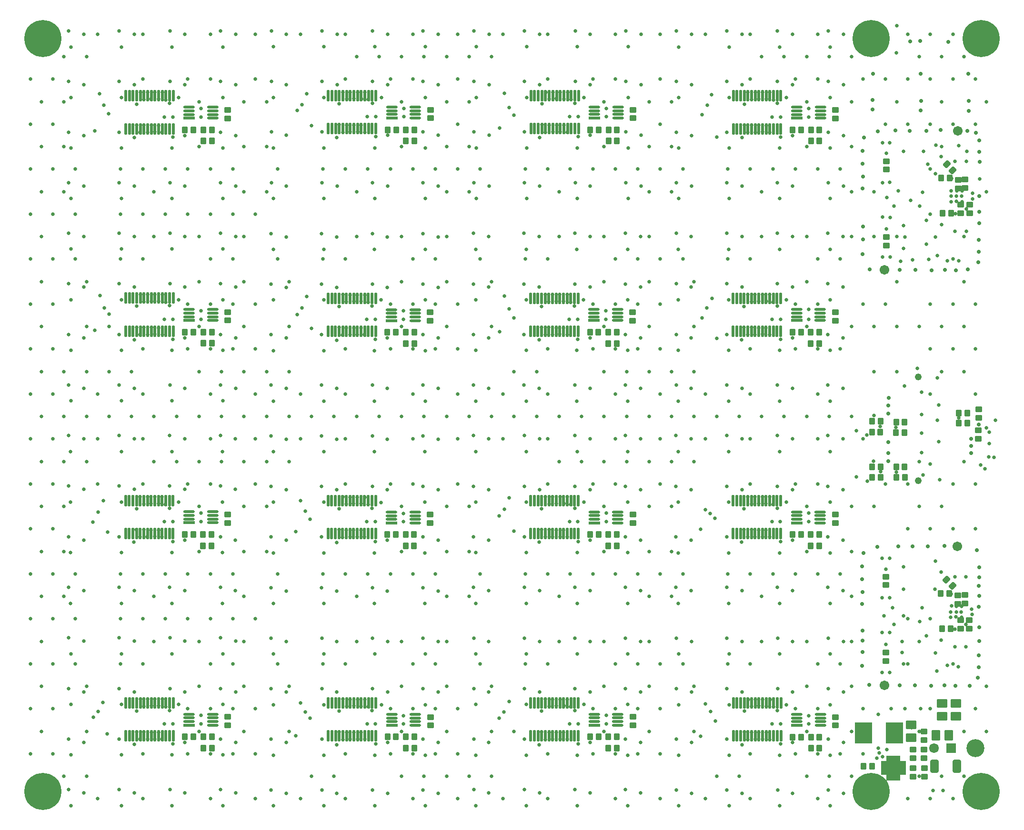
<source format=gbr>
G04*
G04 #@! TF.GenerationSoftware,Altium Limited,Altium Designer,25.0.2 (28)*
G04*
G04 Layer_Color=16711935*
%FSLAX25Y25*%
%MOIN*%
G70*
G04*
G04 #@! TF.SameCoordinates,7C83500D-BFB9-469C-A41D-0C693C3E1856*
G04*
G04*
G04 #@! TF.FilePolarity,Negative*
G04*
G01*
G75*
%ADD40R,0.12414X0.14580*%
G04:AMPARAMS|DCode=44|XSize=39.5mil|YSize=47.37mil|CornerRadius=7.94mil|HoleSize=0mil|Usage=FLASHONLY|Rotation=90.000|XOffset=0mil|YOffset=0mil|HoleType=Round|Shape=RoundedRectangle|*
%AMROUNDEDRECTD44*
21,1,0.03950,0.03150,0,0,90.0*
21,1,0.02362,0.04737,0,0,90.0*
1,1,0.01587,0.01575,0.01181*
1,1,0.01587,0.01575,-0.01181*
1,1,0.01587,-0.01575,-0.01181*
1,1,0.01587,-0.01575,0.01181*
%
%ADD44ROUNDEDRECTD44*%
G04:AMPARAMS|DCode=48|XSize=39.5mil|YSize=47.37mil|CornerRadius=7.94mil|HoleSize=0mil|Usage=FLASHONLY|Rotation=0.000|XOffset=0mil|YOffset=0mil|HoleType=Round|Shape=RoundedRectangle|*
%AMROUNDEDRECTD48*
21,1,0.03950,0.03150,0,0,0.0*
21,1,0.02362,0.04737,0,0,0.0*
1,1,0.01587,0.01181,-0.01575*
1,1,0.01587,-0.01181,-0.01575*
1,1,0.01587,-0.01181,0.01575*
1,1,0.01587,0.01181,0.01575*
%
%ADD48ROUNDEDRECTD48*%
G04:AMPARAMS|DCode=50|XSize=63.12mil|YSize=74.93mil|CornerRadius=10.89mil|HoleSize=0mil|Usage=FLASHONLY|Rotation=270.000|XOffset=0mil|YOffset=0mil|HoleType=Round|Shape=RoundedRectangle|*
%AMROUNDEDRECTD50*
21,1,0.06312,0.05315,0,0,270.0*
21,1,0.04134,0.07493,0,0,270.0*
1,1,0.02178,-0.02657,-0.02067*
1,1,0.02178,-0.02657,0.02067*
1,1,0.02178,0.02657,0.02067*
1,1,0.02178,0.02657,-0.02067*
%
%ADD50ROUNDEDRECTD50*%
G04:AMPARAMS|DCode=55|XSize=39.5mil|YSize=47.37mil|CornerRadius=7.94mil|HoleSize=0mil|Usage=FLASHONLY|Rotation=135.000|XOffset=0mil|YOffset=0mil|HoleType=Round|Shape=RoundedRectangle|*
%AMROUNDEDRECTD55*
21,1,0.03950,0.03150,0,0,135.0*
21,1,0.02362,0.04737,0,0,135.0*
1,1,0.01587,0.00278,0.01949*
1,1,0.01587,0.01949,0.00278*
1,1,0.01587,-0.00278,-0.01949*
1,1,0.01587,-0.01949,-0.00278*
%
%ADD55ROUNDEDRECTD55*%
%ADD56C,0.04816*%
%ADD57C,0.06706*%
%ADD58R,0.06784X0.06784*%
%ADD59C,0.06784*%
%ADD60C,0.12611*%
%ADD61C,0.25997*%
%ADD62C,0.02572*%
%ADD63C,0.02769*%
G04:AMPARAMS|DCode=88|XSize=80.87mil|YSize=19.68mil|CornerRadius=9.84mil|HoleSize=0mil|Usage=FLASHONLY|Rotation=0.000|XOffset=0mil|YOffset=0mil|HoleType=Round|Shape=RoundedRectangle|*
%AMROUNDEDRECTD88*
21,1,0.08087,0.00000,0,0,0.0*
21,1,0.06119,0.01968,0,0,0.0*
1,1,0.01968,0.03059,0.00000*
1,1,0.01968,-0.03059,0.00000*
1,1,0.01968,-0.03059,0.00000*
1,1,0.01968,0.03059,0.00000*
%
%ADD88ROUNDEDRECTD88*%
%ADD89R,0.08087X0.01968*%
%ADD93R,0.04343X0.01981*%
%ADD94R,0.01981X0.04343*%
%ADD95R,0.09265X0.09265*%
G04:AMPARAMS|DCode=96|XSize=58mil|YSize=90.68mil|CornerRadius=10.25mil|HoleSize=0mil|Usage=FLASHONLY|Rotation=180.000|XOffset=0mil|YOffset=0mil|HoleType=Round|Shape=RoundedRectangle|*
%AMROUNDEDRECTD96*
21,1,0.05800,0.07018,0,0,180.0*
21,1,0.03750,0.09068,0,0,180.0*
1,1,0.02050,-0.01875,0.03509*
1,1,0.02050,0.01875,0.03509*
1,1,0.02050,0.01875,-0.03509*
1,1,0.02050,-0.01875,-0.03509*
%
%ADD96ROUNDEDRECTD96*%
%ADD97O,0.02178X0.08083*%
G04:AMPARAMS|DCode=98|XSize=63.12mil|YSize=74.93mil|CornerRadius=10.89mil|HoleSize=0mil|Usage=FLASHONLY|Rotation=180.000|XOffset=0mil|YOffset=0mil|HoleType=Round|Shape=RoundedRectangle|*
%AMROUNDEDRECTD98*
21,1,0.06312,0.05315,0,0,180.0*
21,1,0.04134,0.07493,0,0,180.0*
1,1,0.02178,-0.02067,0.02657*
1,1,0.02178,0.02067,0.02657*
1,1,0.02178,0.02067,-0.02657*
1,1,0.02178,-0.02067,-0.02657*
%
%ADD98ROUNDEDRECTD98*%
D40*
X614751Y122918D02*
D03*
X636208Y122918D02*
D03*
D44*
X695081Y334692D02*
D03*
Y328787D02*
D03*
X695179Y343550D02*
D03*
Y349456D02*
D03*
X657151Y98099D02*
D03*
Y92193D02*
D03*
X649277Y98099D02*
D03*
Y92193D02*
D03*
X649168Y105177D02*
D03*
Y111083D02*
D03*
X656975Y117996D02*
D03*
Y123902D02*
D03*
X657103Y111083D02*
D03*
X657103Y105177D02*
D03*
X594977Y128085D02*
D03*
Y133991D02*
D03*
X453192Y128146D02*
D03*
Y134051D02*
D03*
X311463Y128113D02*
D03*
Y134019D02*
D03*
X169705Y128233D02*
D03*
Y134138D02*
D03*
X594827Y269884D02*
D03*
Y275789D02*
D03*
X453170Y269908D02*
D03*
Y275813D02*
D03*
X311315Y269792D02*
D03*
Y275697D02*
D03*
X169579Y269961D02*
D03*
Y275867D02*
D03*
X594849Y411618D02*
D03*
Y417524D02*
D03*
X453067Y411600D02*
D03*
Y417505D02*
D03*
X311352Y411477D02*
D03*
Y417382D02*
D03*
X169709Y411693D02*
D03*
Y417599D02*
D03*
X594972Y553347D02*
D03*
Y559252D02*
D03*
X453337Y553423D02*
D03*
Y559329D02*
D03*
X311530Y553416D02*
D03*
Y559321D02*
D03*
X682701Y492889D02*
D03*
Y486983D02*
D03*
X685752Y504503D02*
D03*
Y510408D02*
D03*
X680930Y504306D02*
D03*
Y510211D02*
D03*
X630536Y523302D02*
D03*
Y517396D02*
D03*
Y470152D02*
D03*
Y464247D02*
D03*
X688803Y492889D02*
D03*
Y486983D02*
D03*
X688582Y201870D02*
D03*
Y195965D02*
D03*
X682480Y201870D02*
D03*
Y195965D02*
D03*
X680709Y213287D02*
D03*
Y219193D02*
D03*
X685532Y213484D02*
D03*
Y219390D02*
D03*
X630315Y179134D02*
D03*
Y173228D02*
D03*
Y232283D02*
D03*
Y226378D02*
D03*
X169685Y553346D02*
D03*
Y559252D02*
D03*
D48*
X681359Y346913D02*
D03*
X687265D02*
D03*
X687274Y339709D02*
D03*
X681368D02*
D03*
X637459Y309270D02*
D03*
X643365D02*
D03*
X626378Y333645D02*
D03*
X620473D02*
D03*
X626477Y341127D02*
D03*
X620572D02*
D03*
X626521Y301943D02*
D03*
X620616Y301943D02*
D03*
X637503Y340501D02*
D03*
X643408Y340501D02*
D03*
X637558Y301890D02*
D03*
X643463D02*
D03*
X626522Y309327D02*
D03*
X620616D02*
D03*
X637404Y333117D02*
D03*
X643309D02*
D03*
X614681Y99625D02*
D03*
X620586Y99625D02*
D03*
X565055Y120015D02*
D03*
X570961D02*
D03*
X577851Y112141D02*
D03*
X583756D02*
D03*
X577851Y120015D02*
D03*
X583756D02*
D03*
X436066Y120075D02*
D03*
X441971D02*
D03*
X436066Y112201D02*
D03*
X441971D02*
D03*
X423271Y120075D02*
D03*
X429176D02*
D03*
X294337Y112168D02*
D03*
X300243D02*
D03*
X281542Y120042D02*
D03*
X287448D02*
D03*
X294337D02*
D03*
X300243D02*
D03*
X139783Y120162D02*
D03*
X145689D02*
D03*
X152579Y112288D02*
D03*
X158484D02*
D03*
X152579Y120162D02*
D03*
X158484D02*
D03*
X577701Y261813D02*
D03*
X583606D02*
D03*
X564906D02*
D03*
X570811D02*
D03*
X577701Y253939D02*
D03*
X583606D02*
D03*
X423249Y261837D02*
D03*
X429154D02*
D03*
X436044D02*
D03*
X441950D02*
D03*
X436044Y253963D02*
D03*
X441950D02*
D03*
X281394Y261721D02*
D03*
X287299D02*
D03*
X294189Y253847D02*
D03*
X300095D02*
D03*
X294189Y261721D02*
D03*
X300095D02*
D03*
X139658Y261890D02*
D03*
X145563D02*
D03*
X152453D02*
D03*
X158359D02*
D03*
X152453Y254016D02*
D03*
X158359D02*
D03*
X564928Y403547D02*
D03*
X570833D02*
D03*
X577723Y395673D02*
D03*
X583629D02*
D03*
X577723Y403547D02*
D03*
X583629D02*
D03*
X435941Y395655D02*
D03*
X441847D02*
D03*
X435941Y403529D02*
D03*
X441847D02*
D03*
X423146D02*
D03*
X429051D02*
D03*
X281431Y403406D02*
D03*
X287336D02*
D03*
X294226D02*
D03*
X300132D02*
D03*
X294226Y395532D02*
D03*
X300132D02*
D03*
X152583Y395748D02*
D03*
X158488D02*
D03*
X152583Y403622D02*
D03*
X158488D02*
D03*
X139787D02*
D03*
X145693D02*
D03*
X577846Y545276D02*
D03*
X583752D02*
D03*
X577846Y537402D02*
D03*
X583752D02*
D03*
X565051Y545276D02*
D03*
X570957D02*
D03*
X423416Y545352D02*
D03*
X429321D02*
D03*
X436211Y537478D02*
D03*
X442117D02*
D03*
X436211Y545352D02*
D03*
X442117D02*
D03*
X281609Y545345D02*
D03*
X287514D02*
D03*
X294404Y537471D02*
D03*
X300310D02*
D03*
X294404Y545345D02*
D03*
X300310D02*
D03*
X670005Y486983D02*
D03*
X675910D02*
D03*
X668922Y511392D02*
D03*
X674827D02*
D03*
X669783Y195965D02*
D03*
X675689D02*
D03*
X668701Y220374D02*
D03*
X674606D02*
D03*
X139764Y545276D02*
D03*
X145669D02*
D03*
X152559D02*
D03*
X158465D02*
D03*
X152559Y537402D02*
D03*
X158465D02*
D03*
D50*
X648117Y119402D02*
D03*
Y128402D02*
D03*
X669505Y143502D02*
D03*
Y134502D02*
D03*
X679348Y143502D02*
D03*
Y134502D02*
D03*
D55*
X672838Y521059D02*
D03*
X677014Y516883D02*
D03*
X672617Y230041D02*
D03*
X676793Y225865D02*
D03*
D56*
X653112Y372157D02*
D03*
Y299401D02*
D03*
D57*
X680614Y544477D02*
D03*
X629433Y447233D02*
D03*
X680315Y253445D02*
D03*
X629134Y156201D02*
D03*
D58*
X675906Y112205D02*
D03*
D59*
X664094D02*
D03*
D60*
X692913D02*
D03*
D61*
X40354Y81693D02*
D03*
X620079Y609252D02*
D03*
X40354D02*
D03*
X696850Y81693D02*
D03*
X620079D02*
D03*
X696850Y609252D02*
D03*
D62*
X624016Y105315D02*
D03*
X625000Y112205D02*
D03*
X625563Y108917D02*
D03*
X627953Y106299D02*
D03*
X630905Y111221D02*
D03*
X642987Y333567D02*
D03*
X86364Y556422D02*
D03*
X80141Y429284D02*
D03*
X692913Y580709D02*
D03*
X700787Y564961D02*
D03*
X692913Y549213D02*
D03*
X700787Y501968D02*
D03*
X692913Y423228D02*
D03*
Y391732D02*
D03*
Y360236D02*
D03*
Y297244D02*
D03*
Y265748D02*
D03*
X700787Y155512D02*
D03*
X692913Y139764D02*
D03*
X700787Y124016D02*
D03*
X677165Y612205D02*
D03*
X685039Y596457D02*
D03*
X677165Y580709D02*
D03*
Y549213D02*
D03*
X685039Y470472D02*
D03*
X677165Y454724D02*
D03*
X685039Y438976D02*
D03*
X677165Y423228D02*
D03*
X685039Y407480D02*
D03*
X677165Y391732D02*
D03*
X685039Y375984D02*
D03*
Y312992D02*
D03*
X677165Y297244D02*
D03*
Y265748D02*
D03*
Y171260D02*
D03*
X685039Y124016D02*
D03*
Y92520D02*
D03*
X677165Y76772D02*
D03*
X661417Y612205D02*
D03*
X669291Y596457D02*
D03*
X661417Y580709D02*
D03*
X669291Y564961D02*
D03*
X661417Y549213D02*
D03*
X669291Y533464D02*
D03*
X661417Y517717D02*
D03*
Y486220D02*
D03*
Y423228D02*
D03*
X669291Y407480D02*
D03*
X661417Y391732D02*
D03*
X669291Y375984D02*
D03*
X661417Y360236D02*
D03*
X669291Y281496D02*
D03*
X661417Y265748D02*
D03*
Y202756D02*
D03*
Y139764D02*
D03*
X669291Y92520D02*
D03*
X661417Y76772D02*
D03*
X645669Y612205D02*
D03*
X653543Y596457D02*
D03*
X645669Y580709D02*
D03*
Y549213D02*
D03*
X653543Y407480D02*
D03*
Y312992D02*
D03*
X645669Y297244D02*
D03*
X653543Y281496D02*
D03*
X645669Y265748D02*
D03*
Y202756D02*
D03*
X653543Y187008D02*
D03*
X645669Y171260D02*
D03*
X653543Y124016D02*
D03*
Y92520D02*
D03*
X645669Y76772D02*
D03*
X629921Y580709D02*
D03*
X637795Y564961D02*
D03*
X629921Y549213D02*
D03*
X637795Y470472D02*
D03*
Y438976D02*
D03*
X629921Y423228D02*
D03*
X637795Y407480D02*
D03*
Y375984D02*
D03*
X629921Y297244D02*
D03*
X614173Y580709D02*
D03*
X622047Y501968D02*
D03*
Y470472D02*
D03*
X614173Y423228D02*
D03*
X622047Y407480D02*
D03*
Y375984D02*
D03*
X614173Y328740D02*
D03*
X622047Y281496D02*
D03*
X614173Y139764D02*
D03*
Y108268D02*
D03*
X606299Y596457D02*
D03*
Y564961D02*
D03*
Y533464D02*
D03*
X598425Y517717D02*
D03*
X606299Y501968D02*
D03*
Y470472D02*
D03*
X598425Y454724D02*
D03*
X606299Y407480D02*
D03*
X598425Y391732D02*
D03*
X606299Y344488D02*
D03*
Y281496D02*
D03*
Y250000D02*
D03*
X598425Y234252D02*
D03*
X606299Y218504D02*
D03*
Y187008D02*
D03*
X598425Y171260D02*
D03*
X606299Y155512D02*
D03*
Y124016D02*
D03*
X598425Y108268D02*
D03*
X606299Y92520D02*
D03*
X582677Y612205D02*
D03*
X590551Y596457D02*
D03*
X582677Y580709D02*
D03*
Y517717D02*
D03*
Y454724D02*
D03*
Y423228D02*
D03*
Y391732D02*
D03*
Y360236D02*
D03*
X590551Y344488D02*
D03*
X582677Y328740D02*
D03*
Y297244D02*
D03*
Y234252D02*
D03*
Y171260D02*
D03*
Y139764D02*
D03*
Y108268D02*
D03*
X590551Y92520D02*
D03*
X582677Y76772D02*
D03*
X574803Y596457D02*
D03*
X566929Y580709D02*
D03*
X574803Y564961D02*
D03*
Y533464D02*
D03*
X566929Y517717D02*
D03*
X574803Y470472D02*
D03*
Y438976D02*
D03*
X566929Y423228D02*
D03*
X574803Y407480D02*
D03*
X566929Y391732D02*
D03*
X574803Y344488D02*
D03*
X566929Y297244D02*
D03*
X574803Y281496D02*
D03*
Y250000D02*
D03*
X566929Y234252D02*
D03*
X574803Y187008D02*
D03*
Y155512D02*
D03*
X566929Y139764D02*
D03*
X574803Y124016D02*
D03*
X566929Y108268D02*
D03*
X574803Y92520D02*
D03*
X559055Y596457D02*
D03*
X551181Y517717D02*
D03*
X559055Y344488D02*
D03*
X551181Y234252D02*
D03*
X535433Y612205D02*
D03*
X543307Y596457D02*
D03*
X535433Y580709D02*
D03*
Y517717D02*
D03*
X543307Y501968D02*
D03*
Y470472D02*
D03*
X535433Y454724D02*
D03*
Y391732D02*
D03*
Y360236D02*
D03*
X543307Y344488D02*
D03*
X535433Y328740D02*
D03*
Y297244D02*
D03*
Y234252D02*
D03*
X543307Y218504D02*
D03*
Y187008D02*
D03*
X535433Y171260D02*
D03*
Y108268D02*
D03*
Y76772D02*
D03*
X519685Y517717D02*
D03*
Y454724D02*
D03*
X527559Y344488D02*
D03*
X519685Y234252D02*
D03*
Y171260D02*
D03*
X527559Y92520D02*
D03*
X503937Y612205D02*
D03*
Y360236D02*
D03*
X511811Y344488D02*
D03*
X503937Y328740D02*
D03*
X511811Y92520D02*
D03*
X503937Y76772D02*
D03*
X488189Y517717D02*
D03*
Y454724D02*
D03*
X496063Y438976D02*
D03*
Y407480D02*
D03*
Y375984D02*
D03*
Y344488D02*
D03*
Y312992D02*
D03*
X488189Y234252D02*
D03*
Y171260D02*
D03*
X496063Y155512D02*
D03*
Y124016D02*
D03*
X472441Y612205D02*
D03*
Y580709D02*
D03*
X480315Y564961D02*
D03*
X472441Y549213D02*
D03*
X480315Y533464D02*
D03*
X472441Y517717D02*
D03*
X480315Y501968D02*
D03*
X472441Y454724D02*
D03*
Y423228D02*
D03*
Y391732D02*
D03*
X480315Y375984D02*
D03*
X472441Y360236D02*
D03*
X480315Y344488D02*
D03*
X472441Y328740D02*
D03*
X480315Y312992D02*
D03*
X472441Y297244D02*
D03*
X480315Y281496D02*
D03*
Y250000D02*
D03*
X472441Y234252D02*
D03*
X480315Y218504D02*
D03*
X472441Y171260D02*
D03*
Y139764D02*
D03*
Y108268D02*
D03*
Y76772D02*
D03*
X464567Y564961D02*
D03*
Y533464D02*
D03*
X456693Y517717D02*
D03*
X464567Y501968D02*
D03*
Y470472D02*
D03*
X456693Y454724D02*
D03*
X464567Y438976D02*
D03*
X456693Y423228D02*
D03*
X464567Y407480D02*
D03*
X456693Y391732D02*
D03*
X464567Y375984D02*
D03*
Y344488D02*
D03*
Y312992D02*
D03*
Y281496D02*
D03*
Y250000D02*
D03*
X456693Y234252D02*
D03*
X464567Y218504D02*
D03*
Y187008D02*
D03*
X456693Y171260D02*
D03*
X464567Y155512D02*
D03*
X456693Y139764D02*
D03*
X464567Y124016D02*
D03*
X456693Y108268D02*
D03*
X440945Y612205D02*
D03*
Y580709D02*
D03*
Y517717D02*
D03*
Y454724D02*
D03*
Y423228D02*
D03*
Y391732D02*
D03*
X448819Y375984D02*
D03*
X440945Y360236D02*
D03*
X448819Y344488D02*
D03*
X440945Y328740D02*
D03*
X448819Y312992D02*
D03*
X440945Y297244D02*
D03*
Y234252D02*
D03*
Y171260D02*
D03*
Y139764D02*
D03*
Y108268D02*
D03*
Y76772D02*
D03*
X425197Y580709D02*
D03*
X433071Y564961D02*
D03*
Y533464D02*
D03*
X425197Y517717D02*
D03*
X433071Y470472D02*
D03*
Y438976D02*
D03*
X425197Y423228D02*
D03*
X433071Y407480D02*
D03*
X425197Y391732D02*
D03*
X433071Y375984D02*
D03*
Y344488D02*
D03*
Y312992D02*
D03*
X425197Y297244D02*
D03*
X433071Y281496D02*
D03*
Y250000D02*
D03*
X425197Y234252D02*
D03*
X433071Y187008D02*
D03*
Y155512D02*
D03*
X425197Y139764D02*
D03*
X433071Y124016D02*
D03*
X425197Y108268D02*
D03*
X409449Y517717D02*
D03*
X417323Y344488D02*
D03*
Y312992D02*
D03*
X409449Y234252D02*
D03*
X393701Y612205D02*
D03*
Y580709D02*
D03*
Y517717D02*
D03*
X401575Y501968D02*
D03*
Y470472D02*
D03*
X393701Y454724D02*
D03*
Y391732D02*
D03*
Y360236D02*
D03*
X401575Y344488D02*
D03*
X393701Y328740D02*
D03*
X401575Y312992D02*
D03*
X393701Y297244D02*
D03*
Y234252D02*
D03*
X401575Y218504D02*
D03*
Y187008D02*
D03*
X393701Y171260D02*
D03*
Y108268D02*
D03*
Y76772D02*
D03*
X377953Y517717D02*
D03*
Y454724D02*
D03*
X385827Y375984D02*
D03*
Y344488D02*
D03*
X377953Y234252D02*
D03*
Y171260D02*
D03*
X362205Y612205D02*
D03*
X370079Y375984D02*
D03*
X362205Y360236D02*
D03*
X370079Y344488D02*
D03*
X362205Y328740D02*
D03*
Y76772D02*
D03*
X354331Y596457D02*
D03*
X346457Y517717D02*
D03*
Y454724D02*
D03*
X354331Y438976D02*
D03*
Y407480D02*
D03*
Y344488D02*
D03*
X346457Y234252D02*
D03*
Y171260D02*
D03*
X354331Y155512D02*
D03*
Y124016D02*
D03*
Y92520D02*
D03*
X330709Y612205D02*
D03*
X338583Y596457D02*
D03*
X330709Y580709D02*
D03*
X338583Y564961D02*
D03*
X330709Y549213D02*
D03*
X338583Y533464D02*
D03*
X330709Y517717D02*
D03*
X338583Y501968D02*
D03*
X330709Y423228D02*
D03*
Y391732D02*
D03*
Y360236D02*
D03*
X338583Y344488D02*
D03*
X330709Y328740D02*
D03*
Y297244D02*
D03*
X338583Y281496D02*
D03*
Y250000D02*
D03*
Y218504D02*
D03*
X330709Y139764D02*
D03*
Y108268D02*
D03*
X338583Y92520D02*
D03*
X330709Y76772D02*
D03*
X322835Y596457D02*
D03*
Y564961D02*
D03*
Y533464D02*
D03*
X314961Y517717D02*
D03*
X322835Y501968D02*
D03*
Y470472D02*
D03*
X314961Y454724D02*
D03*
X322835Y438976D02*
D03*
X314961Y423228D02*
D03*
X322835Y407480D02*
D03*
X314961Y391732D02*
D03*
X322835Y344488D02*
D03*
Y281496D02*
D03*
Y250000D02*
D03*
X314961Y234252D02*
D03*
X322835Y218504D02*
D03*
Y187008D02*
D03*
X314961Y171260D02*
D03*
X322835Y155512D02*
D03*
X314961Y139764D02*
D03*
X322835Y124016D02*
D03*
X314961Y108268D02*
D03*
X322835Y92520D02*
D03*
X299213Y612205D02*
D03*
X307087Y596457D02*
D03*
X299213Y580709D02*
D03*
Y517717D02*
D03*
Y454724D02*
D03*
Y423228D02*
D03*
Y391732D02*
D03*
Y360236D02*
D03*
X307087Y344488D02*
D03*
X299213Y328740D02*
D03*
Y297244D02*
D03*
Y234252D02*
D03*
Y171260D02*
D03*
Y139764D02*
D03*
Y108268D02*
D03*
X307087Y92520D02*
D03*
X299213Y76772D02*
D03*
X291338Y596457D02*
D03*
X283465Y580709D02*
D03*
X291338Y564961D02*
D03*
Y533464D02*
D03*
X283465Y517717D02*
D03*
X291338Y470472D02*
D03*
Y438976D02*
D03*
X283465Y423228D02*
D03*
X291338Y407480D02*
D03*
X283465Y391732D02*
D03*
X291338Y344488D02*
D03*
X283465Y297244D02*
D03*
X291338Y281496D02*
D03*
Y250000D02*
D03*
X283465Y234252D02*
D03*
X291338Y187008D02*
D03*
Y155512D02*
D03*
X283465Y139764D02*
D03*
X291338Y124016D02*
D03*
X283465Y108268D02*
D03*
X291338Y92520D02*
D03*
X275590Y596457D02*
D03*
X267717Y517717D02*
D03*
X275590Y344488D02*
D03*
X267717Y234252D02*
D03*
X251969Y612205D02*
D03*
X259842Y596457D02*
D03*
X251969Y580709D02*
D03*
Y517717D02*
D03*
X259842Y501968D02*
D03*
Y470472D02*
D03*
X251969Y454724D02*
D03*
Y391732D02*
D03*
Y360236D02*
D03*
X259842Y344488D02*
D03*
X251969Y328740D02*
D03*
Y297244D02*
D03*
Y234252D02*
D03*
X259842Y218504D02*
D03*
Y187008D02*
D03*
X251969Y171260D02*
D03*
Y108268D02*
D03*
Y76772D02*
D03*
X236220Y517717D02*
D03*
Y454724D02*
D03*
X244094Y344488D02*
D03*
X236220Y234252D02*
D03*
Y171260D02*
D03*
X244094Y92520D02*
D03*
X220472Y612205D02*
D03*
Y360236D02*
D03*
X228346Y344488D02*
D03*
X220472Y328740D02*
D03*
X228346Y92520D02*
D03*
X220472Y76772D02*
D03*
X204724Y517717D02*
D03*
Y454724D02*
D03*
X212598Y438976D02*
D03*
Y407480D02*
D03*
Y375984D02*
D03*
Y344488D02*
D03*
Y312992D02*
D03*
X204724Y234252D02*
D03*
Y171260D02*
D03*
X212598Y155512D02*
D03*
Y124016D02*
D03*
X188976Y612205D02*
D03*
Y580709D02*
D03*
X196850Y564961D02*
D03*
Y533464D02*
D03*
Y501968D02*
D03*
X188976Y486220D02*
D03*
Y423228D02*
D03*
Y391732D02*
D03*
X196850Y375984D02*
D03*
X188976Y360236D02*
D03*
X196850Y344488D02*
D03*
X188976Y328740D02*
D03*
X196850Y312992D02*
D03*
X188976Y297244D02*
D03*
X196850Y281496D02*
D03*
Y250000D02*
D03*
X188976Y202756D02*
D03*
Y139764D02*
D03*
Y108268D02*
D03*
Y76772D02*
D03*
X181102Y564961D02*
D03*
Y533464D02*
D03*
X173228Y517717D02*
D03*
X181102Y501968D02*
D03*
X173228Y486220D02*
D03*
X181102Y470472D02*
D03*
X173228Y454724D02*
D03*
X181102Y438976D02*
D03*
X173228Y423228D02*
D03*
X181102Y407480D02*
D03*
X173228Y391732D02*
D03*
X181102Y375984D02*
D03*
Y344488D02*
D03*
Y312992D02*
D03*
Y281496D02*
D03*
Y250000D02*
D03*
X173228Y234252D02*
D03*
X181102Y218504D02*
D03*
X173228Y202756D02*
D03*
X181102Y187008D02*
D03*
X173228Y171260D02*
D03*
X181102Y155512D02*
D03*
X173228Y139764D02*
D03*
X181102Y124016D02*
D03*
X173228Y108268D02*
D03*
X157480Y612205D02*
D03*
Y580709D02*
D03*
Y517717D02*
D03*
Y486220D02*
D03*
Y454724D02*
D03*
Y423228D02*
D03*
Y391732D02*
D03*
X165354Y375984D02*
D03*
X157480Y360236D02*
D03*
X165354Y344488D02*
D03*
X157480Y328740D02*
D03*
X165354Y312992D02*
D03*
X157480Y297244D02*
D03*
Y234252D02*
D03*
Y202756D02*
D03*
Y171260D02*
D03*
Y139764D02*
D03*
Y108268D02*
D03*
Y76772D02*
D03*
X141732Y580709D02*
D03*
X149606Y564961D02*
D03*
Y533464D02*
D03*
X141732Y517717D02*
D03*
Y486220D02*
D03*
X149606Y470472D02*
D03*
Y438976D02*
D03*
X141732Y423228D02*
D03*
X149606Y407480D02*
D03*
X141732Y391732D02*
D03*
X149606Y375984D02*
D03*
Y344488D02*
D03*
Y312992D02*
D03*
X141732Y297244D02*
D03*
X149606Y281496D02*
D03*
Y250000D02*
D03*
X141732Y234252D02*
D03*
Y202756D02*
D03*
X149606Y187008D02*
D03*
Y155512D02*
D03*
X141732Y139764D02*
D03*
X149606Y124016D02*
D03*
X141732Y108268D02*
D03*
X125984Y517717D02*
D03*
Y486220D02*
D03*
X133858Y344488D02*
D03*
Y312992D02*
D03*
X125984Y234252D02*
D03*
Y202756D02*
D03*
X110236Y612205D02*
D03*
Y580709D02*
D03*
Y517717D02*
D03*
X118110Y501968D02*
D03*
X110236Y486220D02*
D03*
X118110Y470472D02*
D03*
X110236Y454724D02*
D03*
Y391732D02*
D03*
Y360236D02*
D03*
X118110Y344488D02*
D03*
X110236Y328740D02*
D03*
X118110Y312992D02*
D03*
X110236Y297244D02*
D03*
Y234252D02*
D03*
X118110Y218504D02*
D03*
X110236Y202756D02*
D03*
X118110Y187008D02*
D03*
X110236Y171260D02*
D03*
Y108268D02*
D03*
Y76772D02*
D03*
X94488Y517717D02*
D03*
Y486220D02*
D03*
Y454724D02*
D03*
X102362Y375984D02*
D03*
Y344488D02*
D03*
X94488Y234252D02*
D03*
Y202756D02*
D03*
Y171260D02*
D03*
X78740Y612205D02*
D03*
X86614Y407480D02*
D03*
Y375984D02*
D03*
X78740Y360236D02*
D03*
X86614Y344488D02*
D03*
X78740Y328740D02*
D03*
Y297244D02*
D03*
Y76772D02*
D03*
X70866Y596457D02*
D03*
X62992Y517717D02*
D03*
Y486220D02*
D03*
Y454724D02*
D03*
X70866Y438976D02*
D03*
Y407480D02*
D03*
Y375984D02*
D03*
Y344488D02*
D03*
Y312992D02*
D03*
X62992Y234252D02*
D03*
Y202756D02*
D03*
Y171260D02*
D03*
X70866Y155512D02*
D03*
Y124016D02*
D03*
Y92520D02*
D03*
X55118Y596457D02*
D03*
X47244Y580709D02*
D03*
X55118Y564961D02*
D03*
X47244Y549213D02*
D03*
X55118Y533464D02*
D03*
X47244Y517717D02*
D03*
X55118Y501968D02*
D03*
X47244Y486220D02*
D03*
Y454724D02*
D03*
Y423228D02*
D03*
Y391732D02*
D03*
X55118Y375984D02*
D03*
X47244Y360236D02*
D03*
X55118Y344488D02*
D03*
X47244Y328740D02*
D03*
X55118Y312992D02*
D03*
X47244Y297244D02*
D03*
X55118Y281496D02*
D03*
X47244Y265748D02*
D03*
X55118Y250000D02*
D03*
X47244Y234252D02*
D03*
X55118Y218504D02*
D03*
X47244Y202756D02*
D03*
Y171260D02*
D03*
Y139764D02*
D03*
Y108268D02*
D03*
X55118Y92520D02*
D03*
X31496Y580709D02*
D03*
X39370Y564961D02*
D03*
X31496Y549213D02*
D03*
X39370Y533464D02*
D03*
X31496Y517717D02*
D03*
X39370Y501968D02*
D03*
X31496Y486220D02*
D03*
X39370Y470472D02*
D03*
X31496Y454724D02*
D03*
X39370Y438976D02*
D03*
X31496Y423228D02*
D03*
X39370Y407480D02*
D03*
X31496Y391732D02*
D03*
X39370Y375984D02*
D03*
X31496Y360236D02*
D03*
X39370Y344488D02*
D03*
X31496Y328740D02*
D03*
X39370Y312992D02*
D03*
X31496Y297244D02*
D03*
X39370Y281496D02*
D03*
X31496Y265748D02*
D03*
X39370Y250000D02*
D03*
X31496Y234252D02*
D03*
X39370Y218504D02*
D03*
X31496Y202756D02*
D03*
X39370Y187008D02*
D03*
X31496Y171260D02*
D03*
X39370Y155512D02*
D03*
X31496Y139764D02*
D03*
X39370Y124016D02*
D03*
X31496Y108268D02*
D03*
X76598Y404894D02*
D03*
X83400Y420621D02*
D03*
X86606Y416202D02*
D03*
X83092Y562590D02*
D03*
X79842Y570590D02*
D03*
X76466Y544505D02*
D03*
X218297Y558875D02*
D03*
X221523Y562930D02*
D03*
X225012Y570429D02*
D03*
X228413Y548149D02*
D03*
X218260Y416008D02*
D03*
X221743Y420573D02*
D03*
X224943Y428526D02*
D03*
X228331Y406078D02*
D03*
X363282Y428688D02*
D03*
X366636Y419867D02*
D03*
X370079Y413386D02*
D03*
X359974Y404016D02*
D03*
X360117Y546511D02*
D03*
X363401Y570941D02*
D03*
X366766Y561009D02*
D03*
X369930Y555682D02*
D03*
X501642Y555703D02*
D03*
X505148Y562478D02*
D03*
X508338Y569804D02*
D03*
X511795Y540315D02*
D03*
X501722Y413402D02*
D03*
X505048Y420658D02*
D03*
X508474Y427107D02*
D03*
X511880Y399132D02*
D03*
X82460Y285433D02*
D03*
X78895Y277581D02*
D03*
X75440Y270636D02*
D03*
X85693Y263434D02*
D03*
X75565Y133831D02*
D03*
X78853Y137834D02*
D03*
X82368Y144084D02*
D03*
X85423Y122278D02*
D03*
X227306Y133298D02*
D03*
X223991Y137489D02*
D03*
X220561Y143701D02*
D03*
X217278Y120746D02*
D03*
X220683Y285673D02*
D03*
X224058Y278115D02*
D03*
X227249Y272392D02*
D03*
X217307Y263881D02*
D03*
X359750Y274743D02*
D03*
X363205Y279469D02*
D03*
X366468Y287408D02*
D03*
X369795Y264309D02*
D03*
X359681Y133284D02*
D03*
X363083Y137633D02*
D03*
X366556Y144788D02*
D03*
X369947Y123979D02*
D03*
X510793Y131109D02*
D03*
X507519Y137691D02*
D03*
X504109Y143284D02*
D03*
X500766Y120604D02*
D03*
X510738Y273212D02*
D03*
X507339Y276393D02*
D03*
X504121Y279177D02*
D03*
X500759Y265366D02*
D03*
X449627Y319908D02*
D03*
X555851Y319884D02*
D03*
X591284D02*
D03*
X377117Y401910D02*
D03*
X236943Y390611D02*
D03*
X341684Y366477D02*
D03*
X306268Y366354D02*
D03*
X307809Y355178D02*
D03*
X377117Y437344D02*
D03*
X485130Y603347D02*
D03*
X483589Y579091D02*
D03*
X448253Y579167D02*
D03*
X412820D02*
D03*
X377387D02*
D03*
X341954D02*
D03*
X306446Y579160D02*
D03*
X591306Y355319D02*
D03*
X707098Y341940D02*
D03*
X667821Y300264D02*
D03*
X656301Y303393D02*
D03*
X617126Y299213D02*
D03*
X626312Y337404D02*
D03*
X620473Y333645D02*
D03*
X626509Y305809D02*
D03*
X620616Y301943D02*
D03*
X621783Y313349D02*
D03*
X620572Y341127D02*
D03*
X621872Y345258D02*
D03*
X699662Y307719D02*
D03*
X706038Y315857D02*
D03*
X696643Y310612D02*
D03*
X702305Y316025D02*
D03*
X702716Y325431D02*
D03*
X695179Y349456D02*
D03*
X700494Y336562D02*
D03*
X702680Y333374D02*
D03*
X652364Y378196D02*
D03*
X655317Y361464D02*
D03*
X666144Y341779D02*
D03*
X666395Y371645D02*
D03*
X655317Y332920D02*
D03*
Y345716D02*
D03*
X661223Y311267D02*
D03*
X655233Y319188D02*
D03*
X667128Y352606D02*
D03*
Y327015D02*
D03*
X687274Y339709D02*
D03*
X681400Y343649D02*
D03*
X620616Y309327D02*
D03*
X643219Y365699D02*
D03*
X637459Y305629D02*
D03*
X609771Y302102D02*
D03*
X637453Y336782D02*
D03*
X617052Y331455D02*
D03*
X609771Y334416D02*
D03*
X643408Y308413D02*
D03*
X643463Y301890D02*
D03*
X648824Y454304D02*
D03*
X690914Y496894D02*
D03*
X669885Y486999D02*
D03*
X683242Y486790D02*
D03*
X683292Y498696D02*
D03*
X679650Y495054D02*
D03*
X676279Y211910D02*
D03*
X668504Y220472D02*
D03*
X676083Y220276D02*
D03*
X672956Y230928D02*
D03*
X690694Y205876D02*
D03*
X576272Y554331D02*
D03*
X628002Y536248D02*
D03*
X627949Y484035D02*
D03*
X630930Y497711D02*
D03*
X633240Y483921D02*
D03*
X118736Y429866D02*
D03*
X123861Y429843D02*
D03*
X113635Y429850D02*
D03*
X576148Y419683D02*
D03*
X632970Y217354D02*
D03*
X536158Y265060D02*
D03*
X576126Y270868D02*
D03*
X175216Y151658D02*
D03*
X554460Y153829D02*
D03*
X632843Y165131D02*
D03*
X627764Y165129D02*
D03*
X632848Y193040D02*
D03*
X627743Y193064D02*
D03*
X627724Y217385D02*
D03*
X632857Y245156D02*
D03*
X627776Y245181D02*
D03*
X633146Y456209D02*
D03*
X628037Y456185D02*
D03*
X633080Y536313D02*
D03*
X628038Y508340D02*
D03*
X657173Y92124D02*
D03*
X649130Y92028D02*
D03*
X633489Y96428D02*
D03*
X636002Y98576D02*
D03*
X637756Y95611D02*
D03*
X637817Y100905D02*
D03*
X632976Y100875D02*
D03*
X614611Y99593D02*
D03*
X669291Y133858D02*
D03*
X679134D02*
D03*
Y143701D02*
D03*
X669291D02*
D03*
X610236Y123031D02*
D03*
X614173D02*
D03*
X617126Y118110D02*
D03*
X612205Y127953D02*
D03*
X617126D02*
D03*
X611221Y118110D02*
D03*
X618110Y123031D02*
D03*
X656975Y123902D02*
D03*
X648161Y126404D02*
D03*
X625000Y135827D02*
D03*
X654528Y139764D02*
D03*
X643701D02*
D03*
X633858D02*
D03*
X670276Y82677D02*
D03*
X663386D02*
D03*
X169488Y275859D02*
D03*
X139658Y328819D02*
D03*
X175091D02*
D03*
X104225Y222520D02*
D03*
X139658D02*
D03*
X68792Y328819D02*
D03*
X175091Y293386D02*
D03*
Y222520D02*
D03*
Y257953D02*
D03*
X104225Y328819D02*
D03*
X68792Y293386D02*
D03*
X150878Y276851D02*
D03*
X139658Y293386D02*
D03*
X128899Y280328D02*
D03*
X125288Y270945D02*
D03*
X104225Y293386D02*
D03*
X152453Y254016D02*
D03*
X104082Y256459D02*
D03*
X139658Y257953D02*
D03*
X68792D02*
D03*
Y222520D02*
D03*
X164495Y331138D02*
D03*
X129062D02*
D03*
X93629Y224839D02*
D03*
X58196Y331138D02*
D03*
X93629D02*
D03*
X105806Y279956D02*
D03*
X129062Y295705D02*
D03*
X164495D02*
D03*
X131286Y256917D02*
D03*
X131193Y270945D02*
D03*
X93629Y295705D02*
D03*
X58196D02*
D03*
X164495Y224839D02*
D03*
X129062D02*
D03*
X150878Y270945D02*
D03*
X164495Y260272D02*
D03*
X93629D02*
D03*
X58196D02*
D03*
Y224839D02*
D03*
X105753Y265242D02*
D03*
X59737Y249095D02*
D03*
X126077Y282906D02*
D03*
X135289Y284515D02*
D03*
X123731Y288111D02*
D03*
X166036Y284528D02*
D03*
X121208Y283524D02*
D03*
X166036Y319961D02*
D03*
X118606Y288134D02*
D03*
X130603Y319961D02*
D03*
X116018Y283568D02*
D03*
X95170Y319961D02*
D03*
X113505Y288118D02*
D03*
X59737Y319961D02*
D03*
X110921Y283272D02*
D03*
X59737Y284528D02*
D03*
X123664Y260212D02*
D03*
X166036Y249095D02*
D03*
X121149Y264944D02*
D03*
X130603Y249095D02*
D03*
X118620Y260382D02*
D03*
X166036Y213662D02*
D03*
X116032Y264980D02*
D03*
X130603Y213662D02*
D03*
X113410Y260277D02*
D03*
X95170Y213662D02*
D03*
X110910Y265137D02*
D03*
X59737Y213662D02*
D03*
X108323Y260102D02*
D03*
X95170Y249095D02*
D03*
X108395Y288206D02*
D03*
X95170Y284528D02*
D03*
X594758Y417516D02*
D03*
X564928Y470476D02*
D03*
X600361D02*
D03*
X529495Y364177D02*
D03*
X564928D02*
D03*
X494062Y470476D02*
D03*
X600361Y435043D02*
D03*
Y364177D02*
D03*
Y399610D02*
D03*
X529495Y470476D02*
D03*
X494062Y435043D02*
D03*
X564928D02*
D03*
X554169Y421985D02*
D03*
X550558Y412602D02*
D03*
X529495Y435043D02*
D03*
X577723Y395673D02*
D03*
X529352Y398116D02*
D03*
X564928Y399610D02*
D03*
X494062D02*
D03*
Y364177D02*
D03*
X589765Y472795D02*
D03*
X554332D02*
D03*
X518899Y366496D02*
D03*
X483466Y472795D02*
D03*
X518899D02*
D03*
X531076Y421613D02*
D03*
X554332Y437362D02*
D03*
X589765D02*
D03*
X556556Y398574D02*
D03*
X556463Y412602D02*
D03*
X518899Y437362D02*
D03*
X483466D02*
D03*
X589765Y366496D02*
D03*
X554332D02*
D03*
X576148Y412602D02*
D03*
X589765Y401929D02*
D03*
X518899D02*
D03*
X483466D02*
D03*
Y366496D02*
D03*
X531023Y406899D02*
D03*
X485007Y390752D02*
D03*
X551347Y424563D02*
D03*
X560559Y426172D02*
D03*
X549001Y429768D02*
D03*
X591306Y426185D02*
D03*
X546478Y425181D02*
D03*
X591306Y461618D02*
D03*
X543876Y429791D02*
D03*
X555873Y461618D02*
D03*
X541288Y425225D02*
D03*
X520439Y461618D02*
D03*
X538775Y429775D02*
D03*
X485007Y461618D02*
D03*
X536191Y424929D02*
D03*
X485007Y426185D02*
D03*
X548934Y401869D02*
D03*
X591306Y390752D02*
D03*
X546419Y406601D02*
D03*
X555873Y390752D02*
D03*
X543890Y402039D02*
D03*
X541302Y406637D02*
D03*
X555873Y355319D02*
D03*
X538680Y401934D02*
D03*
X520439Y355319D02*
D03*
X536180Y406794D02*
D03*
X485007Y355319D02*
D03*
X533593Y401759D02*
D03*
X520439Y390752D02*
D03*
X533665Y429863D02*
D03*
X520439Y426185D02*
D03*
X452976Y417497D02*
D03*
X423146Y470458D02*
D03*
X458579D02*
D03*
X387713Y364159D02*
D03*
X423146D02*
D03*
X352280Y470458D02*
D03*
X458579Y435025D02*
D03*
Y364159D02*
D03*
Y399592D02*
D03*
X387713Y470458D02*
D03*
X352280Y435025D02*
D03*
X434367Y418490D02*
D03*
X423146Y435025D02*
D03*
X412387Y421967D02*
D03*
X408776Y412584D02*
D03*
X387713Y435025D02*
D03*
X435941Y395655D02*
D03*
X387570Y398097D02*
D03*
X423146Y399592D02*
D03*
X352280D02*
D03*
Y364159D02*
D03*
X447984Y472777D02*
D03*
X412550D02*
D03*
X377117Y366477D02*
D03*
X341684Y472777D02*
D03*
X377117D02*
D03*
X389294Y421595D02*
D03*
X412550Y437344D02*
D03*
X447984D02*
D03*
X414774Y398555D02*
D03*
X414681Y412584D02*
D03*
X341684Y437344D02*
D03*
X447984Y366477D02*
D03*
X412550D02*
D03*
X434367Y412584D02*
D03*
X447984Y401910D02*
D03*
X341684D02*
D03*
X389241Y406881D02*
D03*
X343225Y390734D02*
D03*
X409565Y424545D02*
D03*
X418777Y426154D02*
D03*
X407219Y429750D02*
D03*
X449524Y426167D02*
D03*
X404696Y425163D02*
D03*
X449524Y461600D02*
D03*
X402094Y429773D02*
D03*
X414091Y461600D02*
D03*
X399506Y425207D02*
D03*
X378658Y461600D02*
D03*
X396994Y429757D02*
D03*
X343225Y461600D02*
D03*
X394409Y424911D02*
D03*
X343225Y426167D02*
D03*
X407153Y401851D02*
D03*
X449524Y390734D02*
D03*
X404637Y406582D02*
D03*
X414091Y390734D02*
D03*
X402108Y402021D02*
D03*
X449524Y355301D02*
D03*
X399521Y406619D02*
D03*
X414091Y355301D02*
D03*
X396898Y401916D02*
D03*
X378658Y355301D02*
D03*
X394398Y406776D02*
D03*
X343225Y355301D02*
D03*
X391811Y401741D02*
D03*
X378658Y390734D02*
D03*
X391883Y429845D02*
D03*
X378658Y426167D02*
D03*
X311261Y417375D02*
D03*
X281431Y470335D02*
D03*
X316864D02*
D03*
X245998Y364036D02*
D03*
X281431D02*
D03*
X210565Y470335D02*
D03*
X316864Y434902D02*
D03*
Y364036D02*
D03*
Y399469D02*
D03*
X245998Y470335D02*
D03*
X210565Y434902D02*
D03*
X292651Y418367D02*
D03*
X281431Y434902D02*
D03*
X270672Y421843D02*
D03*
X267061Y412461D02*
D03*
X245998Y434902D02*
D03*
X294226Y395532D02*
D03*
X245855Y397974D02*
D03*
X281431Y399469D02*
D03*
X210565D02*
D03*
Y364036D02*
D03*
X306268Y472654D02*
D03*
X270835D02*
D03*
X235402Y366354D02*
D03*
X199969Y472654D02*
D03*
X235402D02*
D03*
X247579Y421472D02*
D03*
X270835Y437220D02*
D03*
X306268D02*
D03*
X273059Y398432D02*
D03*
X272966Y412461D02*
D03*
X235402Y437220D02*
D03*
X199969D02*
D03*
X270835Y366354D02*
D03*
X292651Y412461D02*
D03*
X306268Y401787D02*
D03*
X235402D02*
D03*
X199969D02*
D03*
Y366354D02*
D03*
X247526Y406758D02*
D03*
X201510Y390611D02*
D03*
X267850Y424422D02*
D03*
X277062Y426031D02*
D03*
X265504Y429627D02*
D03*
X307809Y426044D02*
D03*
X262981Y425040D02*
D03*
X307809Y461477D02*
D03*
X260379Y429650D02*
D03*
X272376Y461477D02*
D03*
X257791Y425083D02*
D03*
X236943Y461477D02*
D03*
X255278Y429634D02*
D03*
X201510Y461477D02*
D03*
X252694Y424788D02*
D03*
X201510Y426044D02*
D03*
X265437Y401728D02*
D03*
X307809Y390611D02*
D03*
X262922Y406459D02*
D03*
X272376Y390611D02*
D03*
X260393Y401898D02*
D03*
X257805Y406496D02*
D03*
X272376Y355178D02*
D03*
X255183Y401793D02*
D03*
X236943Y355178D02*
D03*
X252683Y406653D02*
D03*
X201510Y355178D02*
D03*
X250096Y401618D02*
D03*
X250168Y429722D02*
D03*
X236943Y426044D02*
D03*
X169618Y417591D02*
D03*
X139787Y470551D02*
D03*
X175220D02*
D03*
X104354Y364252D02*
D03*
X139787D02*
D03*
X68921Y470551D02*
D03*
X175220Y435118D02*
D03*
Y364252D02*
D03*
Y399685D02*
D03*
X104354Y470551D02*
D03*
X68921Y435118D02*
D03*
X151008Y418583D02*
D03*
X139787Y435118D02*
D03*
X129028Y422060D02*
D03*
X125417Y412677D02*
D03*
X104354Y435118D02*
D03*
X152583Y395748D02*
D03*
X104212Y398191D02*
D03*
X139787Y399685D02*
D03*
X68921D02*
D03*
Y364252D02*
D03*
X164625Y472870D02*
D03*
X129192D02*
D03*
X93759Y366571D02*
D03*
X58325Y472870D02*
D03*
X93759D02*
D03*
X105935Y421688D02*
D03*
X129192Y437437D02*
D03*
X164625D02*
D03*
X131415Y398649D02*
D03*
X131323Y412677D02*
D03*
X93759Y437437D02*
D03*
X58325D02*
D03*
X164625Y366571D02*
D03*
X129192D02*
D03*
X151008Y412677D02*
D03*
X164625Y402004D02*
D03*
X93759D02*
D03*
X58325D02*
D03*
Y366571D02*
D03*
X105882Y406974D02*
D03*
X59866Y390827D02*
D03*
X126207Y424638D02*
D03*
X135418Y426247D02*
D03*
X166165Y426260D02*
D03*
X121338Y425256D02*
D03*
X166165Y461693D02*
D03*
X130732D02*
D03*
X116147Y425300D02*
D03*
X95299Y461693D02*
D03*
X59866D02*
D03*
X111050Y425004D02*
D03*
X59866Y426260D02*
D03*
X123794Y401944D02*
D03*
X166165Y390827D02*
D03*
X121279Y406675D02*
D03*
X130732Y390827D02*
D03*
X118749Y402114D02*
D03*
X166165Y355394D02*
D03*
X116162Y406712D02*
D03*
X130732Y355394D02*
D03*
X113540Y402009D02*
D03*
X95299Y355394D02*
D03*
X111039Y406869D02*
D03*
X59866Y355394D02*
D03*
X108452Y401834D02*
D03*
X95299Y390827D02*
D03*
X108525Y429938D02*
D03*
X95299Y426260D02*
D03*
X594881Y559244D02*
D03*
X565051Y612205D02*
D03*
X600484D02*
D03*
X529618Y505906D02*
D03*
X565051D02*
D03*
X494185Y612205D02*
D03*
X600484Y576772D02*
D03*
Y505906D02*
D03*
Y541339D02*
D03*
X529618Y612205D02*
D03*
X494185Y576772D02*
D03*
X576272Y560237D02*
D03*
X565051Y576772D02*
D03*
X554292Y563714D02*
D03*
X550681Y554331D02*
D03*
X529618Y576772D02*
D03*
X577846Y537402D02*
D03*
X529475Y539844D02*
D03*
X565051Y541339D02*
D03*
X494185D02*
D03*
Y505906D02*
D03*
X589888Y614524D02*
D03*
X554455D02*
D03*
X519022Y508224D02*
D03*
X483589Y614524D02*
D03*
X519022D02*
D03*
X531199Y563342D02*
D03*
X554455Y579091D02*
D03*
X589888D02*
D03*
X556679Y540302D02*
D03*
X556587Y554331D02*
D03*
X519022Y579091D02*
D03*
X589888Y508224D02*
D03*
X554455D02*
D03*
X589888Y543657D02*
D03*
X519022D02*
D03*
X483589D02*
D03*
Y508224D02*
D03*
X531146Y548628D02*
D03*
X485130Y532481D02*
D03*
X551470Y566292D02*
D03*
X560682Y567901D02*
D03*
X549124Y571497D02*
D03*
X591429Y567914D02*
D03*
X546601Y566910D02*
D03*
X591429Y603347D02*
D03*
X543999Y571520D02*
D03*
X555996Y603347D02*
D03*
X541411Y566954D02*
D03*
X520563Y603347D02*
D03*
X538899Y571504D02*
D03*
X536314Y566658D02*
D03*
X485130Y567914D02*
D03*
X549058Y543598D02*
D03*
X591429Y532481D02*
D03*
X546543Y548329D02*
D03*
X555996Y532481D02*
D03*
X544013Y543768D02*
D03*
X591429Y497048D02*
D03*
X541426Y548366D02*
D03*
X555996Y497048D02*
D03*
X538803Y543663D02*
D03*
X520563Y497048D02*
D03*
X536303Y548523D02*
D03*
X485130Y497048D02*
D03*
X533716Y543488D02*
D03*
X520563Y532481D02*
D03*
X533788Y571592D02*
D03*
X520563Y567914D02*
D03*
X453246Y559321D02*
D03*
X423416Y612282D02*
D03*
X458849D02*
D03*
X387983Y505982D02*
D03*
X423416D02*
D03*
X352550Y612282D02*
D03*
X458849Y576849D02*
D03*
Y505982D02*
D03*
Y541415D02*
D03*
X387983Y612282D02*
D03*
X352550Y576849D02*
D03*
X434636Y560313D02*
D03*
X423416Y576849D02*
D03*
X412657Y563790D02*
D03*
X409046Y554408D02*
D03*
X387983Y576849D02*
D03*
X436211Y537478D02*
D03*
X387840Y539921D02*
D03*
X423416Y541415D02*
D03*
X352550D02*
D03*
Y505982D02*
D03*
X448253Y614600D02*
D03*
X412820D02*
D03*
X377387Y508301D02*
D03*
X341954Y614600D02*
D03*
X377387D02*
D03*
X389564Y563418D02*
D03*
X415044Y540379D02*
D03*
X414951Y554408D02*
D03*
X448253Y508301D02*
D03*
X412820D02*
D03*
X434636Y554408D02*
D03*
X448253Y543734D02*
D03*
X377387D02*
D03*
X341954D02*
D03*
Y508301D02*
D03*
X389511Y548704D02*
D03*
X343495Y532557D02*
D03*
X409835Y566368D02*
D03*
X419047Y567978D02*
D03*
X407489Y571573D02*
D03*
X449794Y567990D02*
D03*
X404966Y566986D02*
D03*
X449794Y603423D02*
D03*
X402364Y571596D02*
D03*
X414361Y603423D02*
D03*
X399776Y567030D02*
D03*
X378928Y603423D02*
D03*
X397264Y571580D02*
D03*
X343495Y603423D02*
D03*
X394679Y566734D02*
D03*
X343495Y567990D02*
D03*
X407422Y543674D02*
D03*
X449794Y532557D02*
D03*
X404907Y548406D02*
D03*
X414361Y532557D02*
D03*
X402378Y543844D02*
D03*
X449794Y497124D02*
D03*
X399791Y548442D02*
D03*
X414361Y497124D02*
D03*
X397168Y543739D02*
D03*
X378928Y497124D02*
D03*
X394668Y548599D02*
D03*
X343495Y497124D02*
D03*
X392081Y543564D02*
D03*
X378928Y532557D02*
D03*
X392153Y571668D02*
D03*
X378928Y567990D02*
D03*
X311439Y559314D02*
D03*
X281609Y612274D02*
D03*
X317042D02*
D03*
X246176Y505975D02*
D03*
X281609D02*
D03*
X210743Y612274D02*
D03*
X317042Y576841D02*
D03*
Y505975D02*
D03*
Y541408D02*
D03*
X246176Y612274D02*
D03*
X210743Y576841D02*
D03*
X292829Y560306D02*
D03*
X281609Y576841D02*
D03*
X270850Y563783D02*
D03*
X267239Y554400D02*
D03*
X246176Y576841D02*
D03*
X294404Y537471D02*
D03*
X246033Y539914D02*
D03*
X281609Y541408D02*
D03*
X210743D02*
D03*
Y505975D02*
D03*
X306446Y614593D02*
D03*
X271013D02*
D03*
X235580Y508293D02*
D03*
X200147Y614593D02*
D03*
X235580D02*
D03*
X247757Y563411D02*
D03*
X271013Y579160D02*
D03*
X273237Y540371D02*
D03*
X273144Y554400D02*
D03*
X235580Y579160D02*
D03*
X200147D02*
D03*
X306446Y508293D02*
D03*
X271013D02*
D03*
X292829Y554400D02*
D03*
X306446Y543726D02*
D03*
X235580D02*
D03*
X200147D02*
D03*
Y508293D02*
D03*
X247704Y548697D02*
D03*
X201688Y532550D02*
D03*
X268028Y566361D02*
D03*
X277240Y567970D02*
D03*
X265682Y571566D02*
D03*
X307987Y567983D02*
D03*
X263159Y566979D02*
D03*
X307987Y603416D02*
D03*
X260557Y571589D02*
D03*
X272554Y603416D02*
D03*
X257969Y567023D02*
D03*
X237121Y603416D02*
D03*
X255457Y571573D02*
D03*
X201688Y603416D02*
D03*
X252872Y566727D02*
D03*
X201688Y567983D02*
D03*
X265616Y543667D02*
D03*
X307987Y532550D02*
D03*
X263100Y548398D02*
D03*
X272554Y532550D02*
D03*
X260571Y543837D02*
D03*
X307987Y497117D02*
D03*
X257984Y548435D02*
D03*
X272554Y497117D02*
D03*
X255361Y543732D02*
D03*
X237121Y497117D02*
D03*
X252861Y548592D02*
D03*
X201688Y497117D02*
D03*
X250274Y543557D02*
D03*
X237121Y532550D02*
D03*
X250346Y571661D02*
D03*
X237121Y567983D02*
D03*
X594886Y133983D02*
D03*
X565055Y186944D02*
D03*
X600489D02*
D03*
X529622Y80644D02*
D03*
X565055D02*
D03*
X494189Y186944D02*
D03*
X600489Y151511D02*
D03*
Y80644D02*
D03*
Y116077D02*
D03*
X529622Y186944D02*
D03*
X494189Y151511D02*
D03*
X576276Y134975D02*
D03*
X565055Y151511D02*
D03*
X554296Y138452D02*
D03*
X550685Y129070D02*
D03*
X529622Y151511D02*
D03*
X577851Y112141D02*
D03*
X529480Y114583D02*
D03*
X565055Y116077D02*
D03*
X494189D02*
D03*
Y80644D02*
D03*
X589893Y189262D02*
D03*
X554460D02*
D03*
X519027Y82963D02*
D03*
X483594Y189262D02*
D03*
X519027D02*
D03*
X531203Y138081D02*
D03*
X589893Y153829D02*
D03*
X556684Y115041D02*
D03*
X556591Y129070D02*
D03*
X519027Y153829D02*
D03*
X483594D02*
D03*
X589893Y82963D02*
D03*
X554460D02*
D03*
X576276Y129070D02*
D03*
X589893Y118396D02*
D03*
X519027D02*
D03*
X483594D02*
D03*
Y82963D02*
D03*
X531150Y123366D02*
D03*
X485134Y107219D02*
D03*
X551475Y141030D02*
D03*
X560686Y142640D02*
D03*
X549129Y146236D02*
D03*
X591433Y142652D02*
D03*
X546606Y141648D02*
D03*
X591433Y178085D02*
D03*
X544004Y146258D02*
D03*
X556000Y178085D02*
D03*
X541415Y141692D02*
D03*
X520567Y178085D02*
D03*
X538903Y146242D02*
D03*
X485134Y178085D02*
D03*
X536319Y141396D02*
D03*
X485134Y142652D02*
D03*
X549062Y118337D02*
D03*
X591433Y107219D02*
D03*
X546547Y123068D02*
D03*
X556000Y107219D02*
D03*
X544018Y118506D02*
D03*
X591433Y71786D02*
D03*
X541430Y123104D02*
D03*
X556000Y71786D02*
D03*
X538808Y118401D02*
D03*
X520567Y71786D02*
D03*
X536308Y123262D02*
D03*
X485134Y71786D02*
D03*
X533720Y118227D02*
D03*
X520567Y107219D02*
D03*
X533793Y146330D02*
D03*
X520567Y142652D02*
D03*
X453101Y134043D02*
D03*
X423271Y187004D02*
D03*
X458704D02*
D03*
X387838Y80705D02*
D03*
X423271D02*
D03*
X352404Y187004D02*
D03*
X458704Y151571D02*
D03*
Y80705D02*
D03*
Y116138D02*
D03*
X387838Y187004D02*
D03*
X352404Y151571D02*
D03*
X434491Y135035D02*
D03*
X423271Y151571D02*
D03*
X412512Y138512D02*
D03*
X408900Y129130D02*
D03*
X387838Y151571D02*
D03*
X436066Y112201D02*
D03*
X387695Y114643D02*
D03*
X423271Y116138D02*
D03*
X352404D02*
D03*
Y80705D02*
D03*
X448108Y189322D02*
D03*
X412675D02*
D03*
X377242Y83023D02*
D03*
X341809Y189322D02*
D03*
X377242D02*
D03*
X389418Y138141D02*
D03*
X412675Y153889D02*
D03*
X448108D02*
D03*
X414899Y115101D02*
D03*
X414806Y129130D02*
D03*
X377242Y153889D02*
D03*
X341809D02*
D03*
X448108Y83023D02*
D03*
X412675D02*
D03*
X434491Y129130D02*
D03*
X448108Y118456D02*
D03*
X377242D02*
D03*
X341809D02*
D03*
Y83023D02*
D03*
X389365Y123427D02*
D03*
X343349Y107279D02*
D03*
X409690Y141091D02*
D03*
X418901Y142700D02*
D03*
X407344Y146296D02*
D03*
X449649Y142712D02*
D03*
X404821Y141708D02*
D03*
X449649Y178146D02*
D03*
X402219Y146318D02*
D03*
X414215Y178146D02*
D03*
X399630Y141752D02*
D03*
X378782Y178146D02*
D03*
X397118Y146302D02*
D03*
X343349Y178146D02*
D03*
X394534Y141457D02*
D03*
X343349Y142712D02*
D03*
X407277Y118397D02*
D03*
X449649Y107279D02*
D03*
X404762Y123128D02*
D03*
X414215Y107279D02*
D03*
X402233Y118566D02*
D03*
X449649Y71846D02*
D03*
X399645Y123164D02*
D03*
X414215Y71846D02*
D03*
X397023Y118461D02*
D03*
X378782Y71846D02*
D03*
X394523Y123322D02*
D03*
X343349Y71846D02*
D03*
X391935Y118287D02*
D03*
X378782Y107279D02*
D03*
X392008Y146391D02*
D03*
X378782Y142712D02*
D03*
X311372Y134011D02*
D03*
X281542Y186971D02*
D03*
X316975D02*
D03*
X246109Y80672D02*
D03*
X281542D02*
D03*
X210676Y186971D02*
D03*
X316975Y151538D02*
D03*
Y80672D02*
D03*
Y116105D02*
D03*
X246109Y186971D02*
D03*
X210676Y151538D02*
D03*
X292763Y135003D02*
D03*
X281542Y151538D02*
D03*
X270783Y138480D02*
D03*
X267172Y129097D02*
D03*
X246109Y151538D02*
D03*
X294337Y112168D02*
D03*
X245967Y114611D02*
D03*
X281542Y116105D02*
D03*
X210676D02*
D03*
Y80672D02*
D03*
X306380Y189290D02*
D03*
X270946D02*
D03*
X235513Y82991D02*
D03*
X200080Y189290D02*
D03*
X235513D02*
D03*
X247690Y138108D02*
D03*
X270946Y153857D02*
D03*
X306380D02*
D03*
X273170Y115069D02*
D03*
X273078Y129097D02*
D03*
X235513Y153857D02*
D03*
X200080D02*
D03*
X306380Y82991D02*
D03*
X270946D02*
D03*
X292763Y129097D02*
D03*
X306380Y118424D02*
D03*
X235513D02*
D03*
X200080D02*
D03*
Y82991D02*
D03*
X247637Y123394D02*
D03*
X201621Y107247D02*
D03*
X267961Y141058D02*
D03*
X277173Y142667D02*
D03*
X265615Y146263D02*
D03*
X307920Y142680D02*
D03*
X263092Y141676D02*
D03*
X307920Y178113D02*
D03*
X260490Y146286D02*
D03*
X272487Y178113D02*
D03*
X257902Y141720D02*
D03*
X237054Y178113D02*
D03*
X255390Y146270D02*
D03*
X201621Y178113D02*
D03*
X252805Y141424D02*
D03*
X201621Y142680D02*
D03*
X265549Y118364D02*
D03*
X307920Y107247D02*
D03*
X263034Y123095D02*
D03*
X272487Y107247D02*
D03*
X260504Y118534D02*
D03*
X307920Y71814D02*
D03*
X257917Y123132D02*
D03*
X272487Y71814D02*
D03*
X255294Y118429D02*
D03*
X237054Y71814D02*
D03*
X252794Y123289D02*
D03*
X201621Y71814D02*
D03*
X250207Y118254D02*
D03*
X237054Y107247D02*
D03*
X250279Y146358D02*
D03*
X237054Y142680D02*
D03*
X169614Y134130D02*
D03*
X139783Y187091D02*
D03*
X175216D02*
D03*
X104350Y80792D02*
D03*
X139783D02*
D03*
X68917Y187091D02*
D03*
X175216Y80792D02*
D03*
Y116225D02*
D03*
X104350Y187091D02*
D03*
X68917Y151658D02*
D03*
X151004Y135122D02*
D03*
X139783Y151658D02*
D03*
X129024Y138599D02*
D03*
X125413Y129217D02*
D03*
X104350Y151658D02*
D03*
X152579Y112288D02*
D03*
X104208Y114730D02*
D03*
X139783Y116225D02*
D03*
X68917D02*
D03*
Y80792D02*
D03*
X164621Y189409D02*
D03*
X129188D02*
D03*
X93755Y83110D02*
D03*
X58321Y189409D02*
D03*
X93755D02*
D03*
X105931Y138228D02*
D03*
X129188Y153976D02*
D03*
X164621D02*
D03*
X131412Y115188D02*
D03*
X131319Y129217D02*
D03*
X93755Y153976D02*
D03*
X58321D02*
D03*
X164621Y83110D02*
D03*
X129188D02*
D03*
X151004Y129217D02*
D03*
X164621Y118543D02*
D03*
X93755D02*
D03*
X58321D02*
D03*
Y83110D02*
D03*
X105878Y123514D02*
D03*
X59862Y107366D02*
D03*
X126203Y141177D02*
D03*
X135414Y142787D02*
D03*
X123857Y146383D02*
D03*
X166161Y142799D02*
D03*
X121334Y141795D02*
D03*
X166161Y178233D02*
D03*
X118732Y146405D02*
D03*
X130728Y178233D02*
D03*
X116143Y141839D02*
D03*
X95295Y178233D02*
D03*
X113631Y146390D02*
D03*
X59862Y178233D02*
D03*
X111047Y141544D02*
D03*
X59862Y142799D02*
D03*
X123790Y118484D02*
D03*
X166161Y107366D02*
D03*
X121275Y123215D02*
D03*
X130728Y107366D02*
D03*
X118746Y118653D02*
D03*
X166161Y71933D02*
D03*
X116158Y123251D02*
D03*
X130728Y71933D02*
D03*
X113536Y118549D02*
D03*
X95295Y71933D02*
D03*
X111036Y123409D02*
D03*
X59862Y71933D02*
D03*
X108448Y118374D02*
D03*
X95295Y107366D02*
D03*
X108521Y146478D02*
D03*
X95295Y142799D02*
D03*
X594736Y275782D02*
D03*
X564906Y328742D02*
D03*
X600339D02*
D03*
X529472Y222443D02*
D03*
X564906D02*
D03*
X494039Y328742D02*
D03*
X600339Y293309D02*
D03*
Y222443D02*
D03*
Y257876D02*
D03*
X529472Y328742D02*
D03*
X494039Y293309D02*
D03*
X576126Y276774D02*
D03*
X564906Y293309D02*
D03*
X554147Y280251D02*
D03*
X550535Y270868D02*
D03*
X529472Y293309D02*
D03*
X577701Y253939D02*
D03*
X529330Y256382D02*
D03*
X564906Y257876D02*
D03*
X494039D02*
D03*
Y222443D02*
D03*
X589743Y331061D02*
D03*
X554310D02*
D03*
X518877Y224762D02*
D03*
X483444Y331061D02*
D03*
X518877D02*
D03*
X531053Y279879D02*
D03*
X554310Y295628D02*
D03*
X589743D02*
D03*
X556534Y256839D02*
D03*
X556441Y270868D02*
D03*
X518877Y295628D02*
D03*
X483444D02*
D03*
X589743Y224762D02*
D03*
X554310D02*
D03*
X589743Y260195D02*
D03*
X518877D02*
D03*
X483444D02*
D03*
Y224762D02*
D03*
X531000Y265165D02*
D03*
X484984Y249018D02*
D03*
X551325Y282829D02*
D03*
X560536Y284438D02*
D03*
X548979Y288034D02*
D03*
X591284Y284451D02*
D03*
X546456Y283447D02*
D03*
X543854Y288057D02*
D03*
X541266Y283491D02*
D03*
X520417Y319884D02*
D03*
X538753Y288041D02*
D03*
X484984Y319884D02*
D03*
X536169Y283195D02*
D03*
X484984Y284451D02*
D03*
X548912Y260135D02*
D03*
X591284Y249018D02*
D03*
X546397Y264866D02*
D03*
X555851Y249018D02*
D03*
X543868Y260305D02*
D03*
X591284Y213585D02*
D03*
X541280Y264903D02*
D03*
X555851Y213585D02*
D03*
X538658Y260200D02*
D03*
X520417Y213585D02*
D03*
X484984D02*
D03*
X533570Y260025D02*
D03*
X520417Y249018D02*
D03*
X533643Y288129D02*
D03*
X520417Y284451D02*
D03*
X453079Y275806D02*
D03*
X423249Y328766D02*
D03*
X458682D02*
D03*
X387816Y222467D02*
D03*
X423249D02*
D03*
X352383Y328766D02*
D03*
X458682Y293333D02*
D03*
Y222467D02*
D03*
Y257900D02*
D03*
X387816Y328766D02*
D03*
X352383Y293333D02*
D03*
X434470Y276798D02*
D03*
X423249Y293333D02*
D03*
X412490Y280275D02*
D03*
X408879Y270892D02*
D03*
X387816Y293333D02*
D03*
X436044Y253963D02*
D03*
X387673Y256405D02*
D03*
X423249Y257900D02*
D03*
X352383D02*
D03*
Y222467D02*
D03*
X448087Y331085D02*
D03*
X412653D02*
D03*
X377220Y224785D02*
D03*
X341787Y331085D02*
D03*
X377220D02*
D03*
X389397Y279903D02*
D03*
X412653Y295652D02*
D03*
X448087D02*
D03*
X414877Y256863D02*
D03*
X414784Y270892D02*
D03*
X377220Y295652D02*
D03*
X341787D02*
D03*
X448087Y224785D02*
D03*
X412653D02*
D03*
X434470Y270892D02*
D03*
X448087Y260219D02*
D03*
X377220D02*
D03*
X341787D02*
D03*
Y224785D02*
D03*
X389344Y265189D02*
D03*
X343328Y249042D02*
D03*
X409668Y282853D02*
D03*
X418880Y284462D02*
D03*
X407322Y288058D02*
D03*
X449627Y284475D02*
D03*
X404799Y283471D02*
D03*
X402197Y288081D02*
D03*
X414194Y319908D02*
D03*
X399609Y283515D02*
D03*
X378761Y319908D02*
D03*
X397097Y288065D02*
D03*
X343328Y319908D02*
D03*
X394512Y283219D02*
D03*
X343328Y284475D02*
D03*
X407256Y260159D02*
D03*
X449627Y249042D02*
D03*
X404740Y264890D02*
D03*
X414194Y249042D02*
D03*
X402211Y260329D02*
D03*
X449627Y213609D02*
D03*
X399624Y264927D02*
D03*
X414194Y213609D02*
D03*
X397001Y260224D02*
D03*
X378761Y213609D02*
D03*
X394501Y265084D02*
D03*
X343328Y213609D02*
D03*
X391914Y260049D02*
D03*
X378761Y249042D02*
D03*
X391986Y288153D02*
D03*
X378761Y284475D02*
D03*
X311224Y275689D02*
D03*
X281394Y328650D02*
D03*
X316827D02*
D03*
X245961Y222351D02*
D03*
X281394D02*
D03*
X210528Y328650D02*
D03*
X316827Y293217D02*
D03*
Y222351D02*
D03*
Y257784D02*
D03*
X245961Y328650D02*
D03*
X210528Y293217D02*
D03*
X292614Y276681D02*
D03*
X281394Y293217D02*
D03*
X270635Y280158D02*
D03*
X267024Y270776D02*
D03*
X245961Y293217D02*
D03*
X294189Y253847D02*
D03*
X245818Y256289D02*
D03*
X281394Y257784D02*
D03*
X210528D02*
D03*
Y222351D02*
D03*
X306231Y330968D02*
D03*
X270798D02*
D03*
X235365Y224669D02*
D03*
X199932Y330968D02*
D03*
X235365D02*
D03*
X247542Y279787D02*
D03*
X270798Y295535D02*
D03*
X306231D02*
D03*
X273022Y256747D02*
D03*
X272929Y270776D02*
D03*
X235365Y295535D02*
D03*
X199932D02*
D03*
X306231Y224669D02*
D03*
X270798D02*
D03*
X292614Y270776D02*
D03*
X306231Y260102D02*
D03*
X235365D02*
D03*
X199932D02*
D03*
Y224669D02*
D03*
X247488Y265073D02*
D03*
X201472Y248925D02*
D03*
X267813Y282736D02*
D03*
X277025Y284346D02*
D03*
X265467Y287942D02*
D03*
X307772Y284358D02*
D03*
X262944Y283354D02*
D03*
X307772Y319792D02*
D03*
X260342Y287964D02*
D03*
X272339Y319792D02*
D03*
X257754Y283398D02*
D03*
X236906Y319792D02*
D03*
X255241Y287948D02*
D03*
X201472Y319792D02*
D03*
X252657Y283103D02*
D03*
X201472Y284358D02*
D03*
X265400Y260043D02*
D03*
X307772Y248925D02*
D03*
X262885Y264774D02*
D03*
X272339Y248925D02*
D03*
X260356Y260212D02*
D03*
X307772Y213492D02*
D03*
X257768Y264810D02*
D03*
X272339Y213492D02*
D03*
X255146Y260107D02*
D03*
X236906Y213492D02*
D03*
X252646Y264968D02*
D03*
X201472Y213492D02*
D03*
X250059Y259933D02*
D03*
X236906Y248925D02*
D03*
X250131Y288037D02*
D03*
X236906Y284358D02*
D03*
X123770Y543598D02*
D03*
X139764Y541339D02*
D03*
X131392Y540302D02*
D03*
X130709Y497047D02*
D03*
X121255Y548329D02*
D03*
X118726Y543767D02*
D03*
X116139Y548365D02*
D03*
X113516Y543662D02*
D03*
X111016Y548523D02*
D03*
X108429Y543488D02*
D03*
X105859Y548628D02*
D03*
X104188Y539844D02*
D03*
X135395Y567901D02*
D03*
X169594Y559244D02*
D03*
X175197Y505905D02*
D03*
X164601Y508224D02*
D03*
X166142Y497047D02*
D03*
X139764Y505905D02*
D03*
X129168Y508224D02*
D03*
X104331Y505905D02*
D03*
X93735Y508224D02*
D03*
X95276Y497047D02*
D03*
X68898Y505905D02*
D03*
X58302Y508224D02*
D03*
X59842Y497047D02*
D03*
X93735Y543657D02*
D03*
X166142Y532480D02*
D03*
X164601Y543657D02*
D03*
X175197Y541339D02*
D03*
X130709Y532480D02*
D03*
X95276D02*
D03*
X59842D02*
D03*
X58302Y543657D02*
D03*
X68898Y541339D02*
D03*
X59842Y567913D02*
D03*
X58302Y579090D02*
D03*
X68898Y576772D02*
D03*
X95276Y567913D02*
D03*
X93735Y579090D02*
D03*
X104331Y576772D02*
D03*
X129168Y579090D02*
D03*
X139764Y576772D02*
D03*
X166142Y567913D02*
D03*
X164601Y579090D02*
D03*
X175197Y576772D02*
D03*
X166142Y603346D02*
D03*
X164601Y614523D02*
D03*
X175197Y612205D02*
D03*
X130709Y603346D02*
D03*
X129168Y614523D02*
D03*
X139764Y612205D02*
D03*
X95276Y603346D02*
D03*
X93735Y614523D02*
D03*
X104331Y612205D02*
D03*
X68898D02*
D03*
X58302Y614523D02*
D03*
X59842Y603346D02*
D03*
X676304Y511294D02*
D03*
X640634Y453082D02*
D03*
X660457Y454404D02*
D03*
X673252Y453420D02*
D03*
X681126D02*
D03*
X687032Y530192D02*
D03*
X681126Y534129D02*
D03*
X635851Y491806D02*
D03*
X638804Y502633D02*
D03*
X647662Y495743D02*
D03*
X642741Y462278D02*
D03*
X658489Y465231D02*
D03*
X643725Y470152D02*
D03*
X642741Y478026D02*
D03*
X658489Y481963D02*
D03*
X656520Y530192D02*
D03*
X642741D02*
D03*
X659473Y521334D02*
D03*
X634842Y210630D02*
D03*
X635827Y198819D02*
D03*
X642717Y171260D02*
D03*
X641732Y179134D02*
D03*
Y187008D02*
D03*
X658465Y190945D02*
D03*
X642717Y239173D02*
D03*
Y223425D02*
D03*
X628937Y204724D02*
D03*
X642717D02*
D03*
X673228Y170276D02*
D03*
X681102Y169291D02*
D03*
X690290Y209494D02*
D03*
X680610Y219488D02*
D03*
X679528Y207677D02*
D03*
X679626Y211417D02*
D03*
X679429Y204035D02*
D03*
X691034Y500818D02*
D03*
X679748Y498696D02*
D03*
X676008D02*
D03*
Y494955D02*
D03*
Y502436D02*
D03*
X683489D02*
D03*
X637789Y599305D02*
D03*
X637795Y618307D02*
D03*
X666208Y457118D02*
D03*
X695792Y510900D02*
D03*
X679847Y502436D02*
D03*
X680831Y510507D02*
D03*
X683489Y494955D02*
D03*
X669336Y479002D02*
D03*
X665104Y470033D02*
D03*
X678871Y486632D02*
D03*
X678764Y474089D02*
D03*
X665224Y534368D02*
D03*
X664985Y514444D02*
D03*
X668725Y511491D02*
D03*
X678764Y523302D02*
D03*
X669041Y526374D02*
D03*
X673056Y521826D02*
D03*
X630473Y476018D02*
D03*
X630536Y470152D02*
D03*
X633095Y508440D02*
D03*
X630536Y517396D02*
D03*
X630578Y464209D02*
D03*
X630536Y523302D02*
D03*
X630559Y528705D02*
D03*
X655888Y501410D02*
D03*
X654039Y491925D02*
D03*
X686638Y474089D02*
D03*
X685203Y510271D02*
D03*
X686638Y523302D02*
D03*
X686646Y489846D02*
D03*
X686425Y198828D02*
D03*
X669664Y195980D02*
D03*
X678650Y195614D02*
D03*
X675787Y203937D02*
D03*
X683268D02*
D03*
X683071Y207677D02*
D03*
X682329Y195771D02*
D03*
X684982Y219252D02*
D03*
X683268Y211417D02*
D03*
X675787Y207677D02*
D03*
X630315Y232283D02*
D03*
Y226378D02*
D03*
Y179134D02*
D03*
X630357Y173190D02*
D03*
X665987Y166100D02*
D03*
X664883Y179015D02*
D03*
X669114Y187984D02*
D03*
X630338Y237686D02*
D03*
X630252Y184999D02*
D03*
X653818Y200907D02*
D03*
X664764Y223425D02*
D03*
X655667Y210391D02*
D03*
X668820Y235356D02*
D03*
X665003Y243349D02*
D03*
X678543Y183071D02*
D03*
X686417D02*
D03*
X678543Y232283D02*
D03*
X686417D02*
D03*
X126183Y566291D02*
D03*
X113611Y571503D02*
D03*
X123837Y571497D02*
D03*
X121314Y566909D02*
D03*
X118712Y571519D02*
D03*
X116124Y566953D02*
D03*
X111027Y566658D02*
D03*
X108501Y571592D02*
D03*
X129005Y563713D02*
D03*
X105912Y563342D02*
D03*
X152559Y537402D02*
D03*
X150984Y560236D02*
D03*
Y554331D02*
D03*
X125394D02*
D03*
X131299D02*
D03*
D63*
X631989Y313155D02*
D03*
X632048Y346578D02*
D03*
X632146Y357652D02*
D03*
X631883Y326539D02*
D03*
X632055Y318758D02*
D03*
X689864Y318846D02*
D03*
X695229Y338924D02*
D03*
X689864Y323767D02*
D03*
X689963Y328787D02*
D03*
X632113Y352148D02*
D03*
X614214Y477467D02*
D03*
X614173Y468504D02*
D03*
X613797Y458217D02*
D03*
X659696Y253585D02*
D03*
X648869D02*
D03*
X639027D02*
D03*
X671260Y253937D02*
D03*
X693898Y250984D02*
D03*
X695571Y187106D02*
D03*
X695693Y498892D02*
D03*
X695276Y211221D02*
D03*
X695571Y218898D02*
D03*
X695374Y225886D02*
D03*
X695472Y238976D02*
D03*
X687623Y447416D02*
D03*
X654134Y607382D02*
D03*
X647244Y607283D02*
D03*
X674016Y606890D02*
D03*
X621063Y559547D02*
D03*
X620965Y566142D02*
D03*
X654626Y558957D02*
D03*
X654823Y565650D02*
D03*
X688189Y558464D02*
D03*
Y565354D02*
D03*
X688092Y584548D02*
D03*
X654628D02*
D03*
X621163D02*
D03*
X668528Y545054D02*
D03*
X671678Y447121D02*
D03*
X679256Y446826D02*
D03*
X650811Y447121D02*
D03*
X662130Y446924D02*
D03*
X640083Y447318D02*
D03*
X618823Y447613D02*
D03*
X614001Y504109D02*
D03*
Y521629D02*
D03*
X614197Y512377D02*
D03*
X614001Y530585D02*
D03*
X614985Y539739D02*
D03*
X624532Y544070D02*
D03*
X647071Y544660D02*
D03*
X658489Y544463D02*
D03*
X636835Y544857D02*
D03*
X687229Y544463D02*
D03*
X695890Y522908D02*
D03*
X695595Y537967D02*
D03*
X695693Y529995D02*
D03*
X693233Y543282D02*
D03*
X695398Y468184D02*
D03*
X695693Y479798D02*
D03*
X695398Y459916D02*
D03*
X694906Y452534D02*
D03*
X695693Y487771D02*
D03*
X624311Y253051D02*
D03*
X614764Y248721D02*
D03*
X613779Y239567D02*
D03*
Y230610D02*
D03*
X613976Y221358D02*
D03*
X613779Y213090D02*
D03*
X613878Y194587D02*
D03*
X614075Y187598D02*
D03*
X613976Y179429D02*
D03*
X613779Y169783D02*
D03*
X618602Y156595D02*
D03*
X639862Y156299D02*
D03*
X650591Y156102D02*
D03*
X661909Y155905D02*
D03*
X671457Y156102D02*
D03*
X679035Y155807D02*
D03*
X688976D02*
D03*
X694685Y161516D02*
D03*
X695177Y168898D02*
D03*
Y177165D02*
D03*
X695472Y196752D02*
D03*
X695669Y231890D02*
D03*
D88*
X584545Y128184D02*
D03*
Y130743D02*
D03*
Y133302D02*
D03*
Y135861D02*
D03*
X568007D02*
D03*
Y133302D02*
D03*
Y130743D02*
D03*
X442760Y128244D02*
D03*
Y130803D02*
D03*
Y133362D02*
D03*
Y135921D02*
D03*
X426222D02*
D03*
Y133362D02*
D03*
Y130803D02*
D03*
X301032Y128211D02*
D03*
Y130771D02*
D03*
Y133330D02*
D03*
Y135889D02*
D03*
X284493D02*
D03*
Y133330D02*
D03*
Y130771D02*
D03*
X159273Y128331D02*
D03*
Y130890D02*
D03*
Y133449D02*
D03*
Y136008D02*
D03*
X142734D02*
D03*
Y133449D02*
D03*
Y130890D02*
D03*
X584395Y269982D02*
D03*
Y272541D02*
D03*
Y275100D02*
D03*
Y277660D02*
D03*
X567857D02*
D03*
Y275100D02*
D03*
Y272541D02*
D03*
X442739Y270006D02*
D03*
Y272565D02*
D03*
Y275124D02*
D03*
Y277683D02*
D03*
X426200D02*
D03*
Y275124D02*
D03*
Y272565D02*
D03*
X300884Y269890D02*
D03*
Y272449D02*
D03*
Y275008D02*
D03*
Y277567D02*
D03*
X284345D02*
D03*
Y275008D02*
D03*
Y272449D02*
D03*
X159148Y270059D02*
D03*
Y272619D02*
D03*
Y275178D02*
D03*
Y277737D02*
D03*
X142609D02*
D03*
Y275178D02*
D03*
Y272619D02*
D03*
X584418Y411717D02*
D03*
Y414276D02*
D03*
Y416835D02*
D03*
Y419394D02*
D03*
X567879D02*
D03*
Y416835D02*
D03*
Y414276D02*
D03*
X442636Y411698D02*
D03*
Y414257D02*
D03*
Y416816D02*
D03*
Y419375D02*
D03*
X426097D02*
D03*
Y416816D02*
D03*
Y414257D02*
D03*
X300921Y411575D02*
D03*
Y414134D02*
D03*
Y416693D02*
D03*
Y419252D02*
D03*
X284382D02*
D03*
Y416693D02*
D03*
Y414134D02*
D03*
X159277Y411792D02*
D03*
Y414351D02*
D03*
Y416910D02*
D03*
Y419469D02*
D03*
X142738D02*
D03*
Y416910D02*
D03*
Y414351D02*
D03*
X584541Y553445D02*
D03*
Y556004D02*
D03*
Y558563D02*
D03*
Y561122D02*
D03*
X568002D02*
D03*
Y558563D02*
D03*
Y556004D02*
D03*
X442906Y553522D02*
D03*
Y556081D02*
D03*
Y558640D02*
D03*
Y561199D02*
D03*
X426367D02*
D03*
Y558640D02*
D03*
Y556081D02*
D03*
X301099Y553514D02*
D03*
Y556073D02*
D03*
Y558632D02*
D03*
Y561192D02*
D03*
X284560D02*
D03*
Y558632D02*
D03*
Y556073D02*
D03*
X159254Y553445D02*
D03*
Y556004D02*
D03*
Y558563D02*
D03*
Y561122D02*
D03*
X142715D02*
D03*
Y558563D02*
D03*
Y556004D02*
D03*
D89*
X568007Y128184D02*
D03*
X426222Y128244D02*
D03*
X284493Y128211D02*
D03*
X142734Y128331D02*
D03*
X567857Y269982D02*
D03*
X426200Y270006D02*
D03*
X284345Y269890D02*
D03*
X142609Y270059D02*
D03*
X567879Y411717D02*
D03*
X426097Y411698D02*
D03*
X284382Y411575D02*
D03*
X142738Y411792D02*
D03*
X568002Y553445D02*
D03*
X426367Y553522D02*
D03*
X284560Y553514D02*
D03*
X142715Y553445D02*
D03*
D93*
X642190Y102233D02*
D03*
X642190Y100264D02*
D03*
Y98295D02*
D03*
X642190Y96327D02*
D03*
Y94358D02*
D03*
X628804Y94358D02*
D03*
Y96327D02*
D03*
X628804Y98295D02*
D03*
X628804Y100264D02*
D03*
Y102233D02*
D03*
D94*
X639434Y91603D02*
D03*
X637466Y91603D02*
D03*
X635497Y91603D02*
D03*
X633529D02*
D03*
X631560D02*
D03*
X631560Y104988D02*
D03*
X633529D02*
D03*
X635497Y104988D02*
D03*
X637466Y104988D02*
D03*
X639434Y104988D02*
D03*
D95*
X635497Y98295D02*
D03*
D96*
X680059Y99409D02*
D03*
X664429D02*
D03*
D97*
X556793Y120735D02*
D03*
X554234D02*
D03*
X551675D02*
D03*
X549116D02*
D03*
X546557D02*
D03*
X543998D02*
D03*
X541439D02*
D03*
X538880D02*
D03*
X536321D02*
D03*
X533762D02*
D03*
X531203D02*
D03*
X528644D02*
D03*
X526085D02*
D03*
X523526D02*
D03*
X556793Y143766D02*
D03*
X554234D02*
D03*
X551675D02*
D03*
X549116D02*
D03*
X546557D02*
D03*
X543998D02*
D03*
X541439D02*
D03*
X538880D02*
D03*
X536321D02*
D03*
X533762D02*
D03*
X531203D02*
D03*
X528644D02*
D03*
X526085D02*
D03*
X523526D02*
D03*
X415008Y120795D02*
D03*
X412449D02*
D03*
X409890D02*
D03*
X407331D02*
D03*
X404772D02*
D03*
X402213D02*
D03*
X399654D02*
D03*
X397095D02*
D03*
X394536D02*
D03*
X391977D02*
D03*
X389418D02*
D03*
X386859D02*
D03*
X384300D02*
D03*
X381741D02*
D03*
X415008Y143826D02*
D03*
X412449D02*
D03*
X409890D02*
D03*
X407331D02*
D03*
X404772D02*
D03*
X402213D02*
D03*
X399654D02*
D03*
X397095D02*
D03*
X394536D02*
D03*
X391977D02*
D03*
X389418D02*
D03*
X386859D02*
D03*
X384300D02*
D03*
X381741D02*
D03*
X273280Y120763D02*
D03*
X270721D02*
D03*
X268162D02*
D03*
X265603D02*
D03*
X263044D02*
D03*
X260485D02*
D03*
X257926D02*
D03*
X255367D02*
D03*
X252808D02*
D03*
X250249D02*
D03*
X247690D02*
D03*
X245130D02*
D03*
X242571D02*
D03*
X240012D02*
D03*
X273280Y143794D02*
D03*
X270721D02*
D03*
X268162D02*
D03*
X265603D02*
D03*
X263044D02*
D03*
X260485D02*
D03*
X257926D02*
D03*
X255367D02*
D03*
X252808D02*
D03*
X250249D02*
D03*
X247690D02*
D03*
X245130D02*
D03*
X242571D02*
D03*
X240012D02*
D03*
X131521Y120882D02*
D03*
X128962D02*
D03*
X126403D02*
D03*
X123844D02*
D03*
X121285D02*
D03*
X118726D02*
D03*
X116167D02*
D03*
X113608D02*
D03*
X111049D02*
D03*
X108490D02*
D03*
X105931D02*
D03*
X103372D02*
D03*
X100813D02*
D03*
X98254D02*
D03*
X131521Y143914D02*
D03*
X128962D02*
D03*
X126403D02*
D03*
X123844D02*
D03*
X121285D02*
D03*
X118726D02*
D03*
X116167D02*
D03*
X113608D02*
D03*
X111049D02*
D03*
X108490D02*
D03*
X105931D02*
D03*
X103372D02*
D03*
X100813D02*
D03*
X98254D02*
D03*
X556643Y262533D02*
D03*
X554084D02*
D03*
X551525D02*
D03*
X548966D02*
D03*
X546407D02*
D03*
X543848D02*
D03*
X541289D02*
D03*
X538730D02*
D03*
X536171D02*
D03*
X533612D02*
D03*
X531053D02*
D03*
X528494D02*
D03*
X525935D02*
D03*
X523376D02*
D03*
X556643Y285565D02*
D03*
X554084D02*
D03*
X551525D02*
D03*
X548966D02*
D03*
X546407D02*
D03*
X543848D02*
D03*
X541289D02*
D03*
X538730D02*
D03*
X536171D02*
D03*
X533612D02*
D03*
X531053D02*
D03*
X528494D02*
D03*
X525935D02*
D03*
X523376D02*
D03*
X414987Y262557D02*
D03*
X412428D02*
D03*
X409869D02*
D03*
X407310D02*
D03*
X404751D02*
D03*
X402192D02*
D03*
X399633D02*
D03*
X397074D02*
D03*
X394514D02*
D03*
X391955D02*
D03*
X389396D02*
D03*
X386837D02*
D03*
X384278D02*
D03*
X381719D02*
D03*
X414987Y285589D02*
D03*
X412428D02*
D03*
X409869D02*
D03*
X407310D02*
D03*
X404751D02*
D03*
X402192D02*
D03*
X399633D02*
D03*
X397074D02*
D03*
X394514D02*
D03*
X391955D02*
D03*
X389396D02*
D03*
X386837D02*
D03*
X384278D02*
D03*
X381719D02*
D03*
X273132Y262441D02*
D03*
X270573D02*
D03*
X268014D02*
D03*
X265455D02*
D03*
X262895D02*
D03*
X260336D02*
D03*
X257777D02*
D03*
X255218D02*
D03*
X252659D02*
D03*
X250100D02*
D03*
X247541D02*
D03*
X244982D02*
D03*
X242423D02*
D03*
X239864D02*
D03*
X273132Y285472D02*
D03*
X270573D02*
D03*
X268014D02*
D03*
X265455D02*
D03*
X262895D02*
D03*
X260336D02*
D03*
X257777D02*
D03*
X255218D02*
D03*
X252659D02*
D03*
X250100D02*
D03*
X247541D02*
D03*
X244982D02*
D03*
X242423D02*
D03*
X239864D02*
D03*
X131396Y262611D02*
D03*
X128837D02*
D03*
X126277D02*
D03*
X123719D02*
D03*
X121159D02*
D03*
X118600D02*
D03*
X116041D02*
D03*
X113482D02*
D03*
X110923D02*
D03*
X108364D02*
D03*
X105805D02*
D03*
X103246D02*
D03*
X100687D02*
D03*
X98128D02*
D03*
X131396Y285642D02*
D03*
X128837D02*
D03*
X126277D02*
D03*
X123719D02*
D03*
X121159D02*
D03*
X118600D02*
D03*
X116041D02*
D03*
X113482D02*
D03*
X110923D02*
D03*
X108364D02*
D03*
X105805D02*
D03*
X103246D02*
D03*
X100687D02*
D03*
X98128D02*
D03*
X556666Y404268D02*
D03*
X554107D02*
D03*
X551547D02*
D03*
X548988D02*
D03*
X546429D02*
D03*
X543870D02*
D03*
X541311D02*
D03*
X538752D02*
D03*
X536193D02*
D03*
X533634D02*
D03*
X531075D02*
D03*
X528516D02*
D03*
X525957D02*
D03*
X523398D02*
D03*
X556666Y427299D02*
D03*
X554107D02*
D03*
X551547D02*
D03*
X548988D02*
D03*
X546429D02*
D03*
X543870D02*
D03*
X541311D02*
D03*
X538752D02*
D03*
X536193D02*
D03*
X533634D02*
D03*
X531075D02*
D03*
X528516D02*
D03*
X525957D02*
D03*
X523398D02*
D03*
X414884Y404249D02*
D03*
X412325D02*
D03*
X409766D02*
D03*
X407207D02*
D03*
X404648D02*
D03*
X402089D02*
D03*
X399530D02*
D03*
X396971D02*
D03*
X394411D02*
D03*
X391852D02*
D03*
X389293D02*
D03*
X386734D02*
D03*
X384175D02*
D03*
X381616D02*
D03*
X414884Y427281D02*
D03*
X412325D02*
D03*
X409766D02*
D03*
X407207D02*
D03*
X404648D02*
D03*
X402089D02*
D03*
X399530D02*
D03*
X396971D02*
D03*
X394411D02*
D03*
X391852D02*
D03*
X389293D02*
D03*
X386734D02*
D03*
X384175D02*
D03*
X381616D02*
D03*
X273169Y404126D02*
D03*
X270610D02*
D03*
X268051D02*
D03*
X265492D02*
D03*
X262932D02*
D03*
X260373D02*
D03*
X257814D02*
D03*
X255255D02*
D03*
X252696D02*
D03*
X250137D02*
D03*
X247578D02*
D03*
X245019D02*
D03*
X242460D02*
D03*
X239901D02*
D03*
X273169Y427158D02*
D03*
X270610D02*
D03*
X268051D02*
D03*
X265492D02*
D03*
X262932D02*
D03*
X260373D02*
D03*
X257814D02*
D03*
X255255D02*
D03*
X252696D02*
D03*
X250137D02*
D03*
X247578D02*
D03*
X245019D02*
D03*
X242460D02*
D03*
X239901D02*
D03*
X131525Y404343D02*
D03*
X128966D02*
D03*
X126407D02*
D03*
X123848D02*
D03*
X121289D02*
D03*
X118730D02*
D03*
X116171D02*
D03*
X113612D02*
D03*
X111053D02*
D03*
X108494D02*
D03*
X105935D02*
D03*
X103376D02*
D03*
X100817D02*
D03*
X98257D02*
D03*
X131525Y427374D02*
D03*
X128966D02*
D03*
X126407D02*
D03*
X123848D02*
D03*
X121289D02*
D03*
X118730D02*
D03*
X116171D02*
D03*
X113612D02*
D03*
X111053D02*
D03*
X108494D02*
D03*
X105935D02*
D03*
X103376D02*
D03*
X100817D02*
D03*
X98257D02*
D03*
X556789Y545996D02*
D03*
X554230D02*
D03*
X551671D02*
D03*
X549112D02*
D03*
X546553D02*
D03*
X543994D02*
D03*
X541435D02*
D03*
X538876D02*
D03*
X536317D02*
D03*
X533757D02*
D03*
X531199D02*
D03*
X528639D02*
D03*
X526080D02*
D03*
X523521D02*
D03*
X556789Y569028D02*
D03*
X554230D02*
D03*
X551671D02*
D03*
X549112D02*
D03*
X546553D02*
D03*
X543994D02*
D03*
X541435D02*
D03*
X538876D02*
D03*
X536317D02*
D03*
X533757D02*
D03*
X531199D02*
D03*
X528639D02*
D03*
X526080D02*
D03*
X523521D02*
D03*
X415154Y546073D02*
D03*
X412595D02*
D03*
X410036D02*
D03*
X407477D02*
D03*
X404918D02*
D03*
X402359D02*
D03*
X399800D02*
D03*
X397240D02*
D03*
X394682D02*
D03*
X392122D02*
D03*
X389563D02*
D03*
X387004D02*
D03*
X384445D02*
D03*
X381886D02*
D03*
X415154Y569104D02*
D03*
X412595D02*
D03*
X410036D02*
D03*
X407477D02*
D03*
X404918D02*
D03*
X402359D02*
D03*
X399800D02*
D03*
X397240D02*
D03*
X394682D02*
D03*
X392122D02*
D03*
X389563D02*
D03*
X387004D02*
D03*
X384445D02*
D03*
X381886D02*
D03*
X273347Y546065D02*
D03*
X270788D02*
D03*
X268229D02*
D03*
X265670D02*
D03*
X263111D02*
D03*
X260552D02*
D03*
X257993D02*
D03*
X255434D02*
D03*
X252874D02*
D03*
X250315D02*
D03*
X247756D02*
D03*
X245197D02*
D03*
X242638D02*
D03*
X240079D02*
D03*
X273347Y569097D02*
D03*
X270788D02*
D03*
X268229D02*
D03*
X265670D02*
D03*
X263111D02*
D03*
X260552D02*
D03*
X257993D02*
D03*
X255434D02*
D03*
X252874D02*
D03*
X250315D02*
D03*
X247756D02*
D03*
X245197D02*
D03*
X242638D02*
D03*
X240079D02*
D03*
X131502Y545996D02*
D03*
X128943D02*
D03*
X126384D02*
D03*
X123825D02*
D03*
X121265D02*
D03*
X118706D02*
D03*
X116147D02*
D03*
X113588D02*
D03*
X111029D02*
D03*
X108470D02*
D03*
X105911D02*
D03*
X103352D02*
D03*
X100793D02*
D03*
X98234D02*
D03*
X131502Y569028D02*
D03*
X128943D02*
D03*
X126384D02*
D03*
X123825D02*
D03*
X121265D02*
D03*
X118706D02*
D03*
X116147D02*
D03*
X113588D02*
D03*
X111029D02*
D03*
X108470D02*
D03*
X105911D02*
D03*
X103352D02*
D03*
X100793D02*
D03*
X98234D02*
D03*
D98*
X665160Y121270D02*
D03*
X674160D02*
D03*
M02*

</source>
